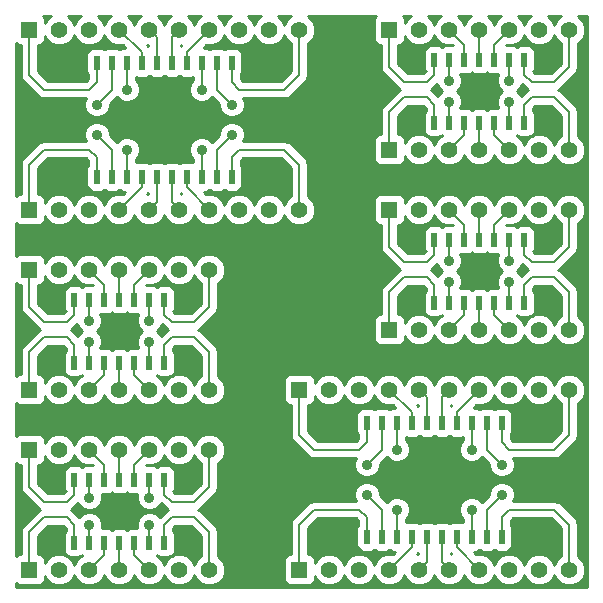
<source format=gtl>
G04 (created by PCBNEW-RS274X (2011-12-28 BZR 3254)-stable) date 2012. 03. 05. 18:39:53*
G01*
G70*
G90*
%MOIN*%
G04 Gerber Fmt 3.4, Leading zero omitted, Abs format*
%FSLAX34Y34*%
G04 APERTURE LIST*
%ADD10C,0.006000*%
%ADD11R,0.020000X0.050000*%
%ADD12R,0.055000X0.055000*%
%ADD13C,0.055000*%
%ADD14R,0.020000X0.045000*%
%ADD15C,0.035000*%
%ADD16C,0.008000*%
%ADD17C,0.010000*%
G04 APERTURE END LIST*
G54D10*
G54D11*
X12250Y-06600D03*
X11750Y-06600D03*
X11250Y-06600D03*
X10750Y-06600D03*
X10250Y-06600D03*
X09750Y-06600D03*
X09250Y-06600D03*
X08750Y-06600D03*
X08250Y-06600D03*
X07750Y-06600D03*
X07750Y-10400D03*
X08250Y-10400D03*
X08750Y-10400D03*
X09250Y-10400D03*
X09750Y-10400D03*
X10250Y-10400D03*
X10750Y-10400D03*
X11250Y-10400D03*
X11750Y-10400D03*
X12250Y-10400D03*
X21250Y-18600D03*
X20750Y-18600D03*
X20250Y-18600D03*
X19750Y-18600D03*
X19250Y-18600D03*
X18750Y-18600D03*
X18250Y-18600D03*
X17750Y-18600D03*
X17250Y-18600D03*
X16750Y-18600D03*
X16750Y-22400D03*
X17250Y-22400D03*
X17750Y-22400D03*
X18250Y-22400D03*
X18750Y-22400D03*
X19250Y-22400D03*
X19750Y-22400D03*
X20250Y-22400D03*
X20750Y-22400D03*
X21250Y-22400D03*
G54D12*
X05500Y-11500D03*
G54D13*
X06500Y-11500D03*
X07500Y-11500D03*
X08500Y-11500D03*
X09500Y-11500D03*
X10500Y-11500D03*
X11500Y-11500D03*
X12500Y-11500D03*
X13500Y-11500D03*
X14500Y-11500D03*
G54D12*
X05500Y-05500D03*
G54D13*
X06500Y-05500D03*
X07500Y-05500D03*
X08500Y-05500D03*
X09500Y-05500D03*
X10500Y-05500D03*
X11500Y-05500D03*
X12500Y-05500D03*
X13500Y-05500D03*
X14500Y-05500D03*
G54D12*
X14500Y-23500D03*
G54D13*
X15500Y-23500D03*
X16500Y-23500D03*
X17500Y-23500D03*
X18500Y-23500D03*
X19500Y-23500D03*
X20500Y-23500D03*
X21500Y-23500D03*
X22500Y-23500D03*
X23500Y-23500D03*
G54D12*
X14500Y-17500D03*
G54D13*
X15500Y-17500D03*
X16500Y-17500D03*
X17500Y-17500D03*
X18500Y-17500D03*
X19500Y-17500D03*
X20500Y-17500D03*
X21500Y-17500D03*
X22500Y-17500D03*
X23500Y-17500D03*
G54D14*
X19000Y-08600D03*
X19500Y-08600D03*
X20000Y-08600D03*
X20500Y-08600D03*
X21000Y-08600D03*
X21500Y-08600D03*
X22000Y-08600D03*
X22000Y-06500D03*
X21500Y-06500D03*
X21000Y-06500D03*
X20500Y-06500D03*
X20000Y-06500D03*
X19500Y-06500D03*
X19000Y-06500D03*
X07000Y-16600D03*
X07500Y-16600D03*
X08000Y-16600D03*
X08500Y-16600D03*
X09000Y-16600D03*
X09500Y-16600D03*
X10000Y-16600D03*
X10000Y-14500D03*
X09500Y-14500D03*
X09000Y-14500D03*
X08500Y-14500D03*
X08000Y-14500D03*
X07500Y-14500D03*
X07000Y-14500D03*
G54D12*
X17500Y-11500D03*
G54D13*
X18500Y-11500D03*
X19500Y-11500D03*
X20500Y-11500D03*
X21500Y-11500D03*
X22500Y-11500D03*
X23500Y-11500D03*
G54D12*
X05500Y-17500D03*
G54D13*
X06500Y-17500D03*
X07500Y-17500D03*
X08500Y-17500D03*
X09500Y-17500D03*
X10500Y-17500D03*
X11500Y-17500D03*
G54D12*
X05500Y-23500D03*
G54D13*
X06500Y-23500D03*
X07500Y-23500D03*
X08500Y-23500D03*
X09500Y-23500D03*
X10500Y-23500D03*
X11500Y-23500D03*
G54D12*
X17500Y-15500D03*
G54D13*
X18500Y-15500D03*
X19500Y-15500D03*
X20500Y-15500D03*
X21500Y-15500D03*
X22500Y-15500D03*
X23500Y-15500D03*
G54D12*
X05500Y-13500D03*
G54D13*
X06500Y-13500D03*
X07500Y-13500D03*
X08500Y-13500D03*
X09500Y-13500D03*
X10500Y-13500D03*
X11500Y-13500D03*
G54D12*
X05500Y-19500D03*
G54D13*
X06500Y-19500D03*
X07500Y-19500D03*
X08500Y-19500D03*
X09500Y-19500D03*
X10500Y-19500D03*
X11500Y-19500D03*
G54D12*
X17500Y-09500D03*
G54D13*
X18500Y-09500D03*
X19500Y-09500D03*
X20500Y-09500D03*
X21500Y-09500D03*
X22500Y-09500D03*
X23500Y-09500D03*
G54D14*
X19000Y-14600D03*
X19500Y-14600D03*
X20000Y-14600D03*
X20500Y-14600D03*
X21000Y-14600D03*
X21500Y-14600D03*
X22000Y-14600D03*
X22000Y-12500D03*
X21500Y-12500D03*
X21000Y-12500D03*
X20500Y-12500D03*
X20000Y-12500D03*
X19500Y-12500D03*
X19000Y-12500D03*
G54D12*
X17500Y-05500D03*
G54D13*
X18500Y-05500D03*
X19500Y-05500D03*
X20500Y-05500D03*
X21500Y-05500D03*
X22500Y-05500D03*
X23500Y-05500D03*
G54D14*
X07000Y-22600D03*
X07500Y-22600D03*
X08000Y-22600D03*
X08500Y-22600D03*
X09000Y-22600D03*
X09500Y-22600D03*
X10000Y-22600D03*
X10000Y-20500D03*
X09500Y-20500D03*
X09000Y-20500D03*
X08500Y-20500D03*
X08000Y-20500D03*
X07500Y-20500D03*
X07000Y-20500D03*
G54D15*
X19500Y-07900D03*
X20250Y-21500D03*
X19500Y-07200D03*
X21500Y-07200D03*
X21500Y-07900D03*
X11250Y-09500D03*
X07750Y-08000D03*
X11250Y-07500D03*
X07750Y-09000D03*
X20250Y-19500D03*
X16750Y-20000D03*
X12250Y-08000D03*
X08750Y-07500D03*
X12250Y-09000D03*
X08750Y-09500D03*
X17750Y-21500D03*
X16750Y-21000D03*
X21250Y-20000D03*
X17750Y-19500D03*
X21250Y-21000D03*
X19500Y-13200D03*
X19500Y-13900D03*
X21500Y-13900D03*
X09500Y-21100D03*
X21500Y-13200D03*
X07500Y-21100D03*
X07500Y-22000D03*
X09500Y-22000D03*
X09500Y-15900D03*
X07500Y-15900D03*
X07500Y-15200D03*
X09500Y-15200D03*
G54D16*
X20000Y-09000D02*
X19500Y-09500D01*
X20000Y-08600D02*
X20000Y-09000D01*
X20500Y-08600D02*
X20500Y-09500D01*
X21000Y-08600D02*
X21000Y-09000D01*
X21000Y-09000D02*
X21500Y-09500D01*
X19500Y-08600D02*
X19500Y-07900D01*
X19000Y-08600D02*
X19000Y-08000D01*
X19000Y-08000D02*
X18750Y-07750D01*
X18750Y-07750D02*
X18000Y-07750D01*
X18000Y-07750D02*
X17500Y-08250D01*
X17500Y-08250D02*
X17500Y-09500D01*
X20250Y-22400D02*
X20250Y-21500D01*
X19250Y-23250D02*
X19500Y-23500D01*
X19250Y-22400D02*
X19250Y-23250D01*
X19000Y-06500D02*
X19000Y-07000D01*
X17500Y-06750D02*
X17500Y-05500D01*
X18000Y-07250D02*
X17500Y-06750D01*
X18750Y-07250D02*
X18000Y-07250D01*
X19000Y-07000D02*
X18750Y-07250D01*
X19500Y-06500D02*
X19500Y-07200D01*
X20000Y-06500D02*
X20000Y-06000D01*
X20000Y-06000D02*
X19500Y-05500D01*
X20500Y-06500D02*
X20500Y-05500D01*
X21000Y-06500D02*
X21000Y-06000D01*
X21000Y-06000D02*
X21500Y-05500D01*
X21500Y-06500D02*
X21500Y-07200D01*
X22000Y-06500D02*
X22000Y-07000D01*
X22250Y-07250D02*
X23000Y-07250D01*
X23000Y-07250D02*
X23500Y-06750D01*
X23500Y-06750D02*
X23500Y-05500D01*
X22000Y-07000D02*
X22250Y-07250D01*
X22000Y-08600D02*
X22000Y-08000D01*
X23500Y-08250D02*
X23500Y-09500D01*
X23000Y-07750D02*
X23500Y-08250D01*
X22250Y-07750D02*
X23000Y-07750D01*
X22000Y-08000D02*
X22250Y-07750D01*
X21500Y-08600D02*
X21500Y-07900D01*
X12250Y-06600D02*
X12250Y-07250D01*
X14500Y-07000D02*
X14500Y-05500D01*
X14000Y-07500D02*
X14500Y-07000D01*
X12500Y-07500D02*
X14000Y-07500D01*
X12250Y-07250D02*
X12500Y-07500D01*
X09250Y-10400D02*
X09250Y-10750D01*
X09250Y-10750D02*
X08500Y-11500D01*
X10250Y-10400D02*
X10250Y-11250D01*
X10250Y-11250D02*
X10500Y-11500D01*
X11250Y-10400D02*
X11250Y-09500D01*
X12500Y-09500D02*
X14000Y-09500D01*
X12250Y-10400D02*
X12250Y-09750D01*
X12250Y-09750D02*
X12500Y-09500D01*
X14500Y-10000D02*
X14500Y-11500D01*
X14000Y-09500D02*
X14500Y-10000D01*
X08250Y-07500D02*
X07750Y-08000D01*
X08250Y-06600D02*
X08250Y-07500D01*
X09250Y-06250D02*
X08500Y-05500D01*
X09250Y-06600D02*
X09250Y-06250D01*
X10250Y-06600D02*
X10250Y-05750D01*
X10250Y-05750D02*
X10500Y-05500D01*
X11250Y-06600D02*
X11250Y-07500D01*
X08250Y-09500D02*
X07750Y-09000D01*
X08250Y-10400D02*
X08250Y-09500D01*
X21250Y-19250D02*
X21500Y-19500D01*
X21500Y-19500D02*
X23000Y-19500D01*
X23000Y-19500D02*
X23500Y-19000D01*
X23500Y-19000D02*
X23500Y-17500D01*
X21250Y-18600D02*
X21250Y-19250D01*
X20250Y-18600D02*
X20250Y-19500D01*
X19250Y-18600D02*
X19250Y-17750D01*
X19250Y-17750D02*
X19500Y-17500D01*
X18250Y-18600D02*
X18250Y-18250D01*
X18250Y-18250D02*
X17500Y-17500D01*
X17250Y-19500D02*
X16750Y-20000D01*
X17250Y-18600D02*
X17250Y-19500D01*
X21250Y-22400D02*
X21250Y-21750D01*
X23500Y-22000D02*
X23500Y-23500D01*
X23000Y-21500D02*
X23500Y-22000D01*
X21500Y-21500D02*
X23000Y-21500D01*
X21250Y-21750D02*
X21500Y-21500D01*
X10750Y-06250D02*
X11500Y-05500D01*
X10750Y-06600D02*
X10750Y-06250D01*
X11750Y-07500D02*
X12250Y-08000D01*
X11750Y-06600D02*
X11750Y-07500D01*
X09750Y-06600D02*
X09750Y-05750D01*
X09750Y-05750D02*
X09500Y-05500D01*
X08750Y-06600D02*
X08750Y-07500D01*
X07750Y-06600D02*
X07750Y-07250D01*
X07750Y-07250D02*
X07500Y-07500D01*
X07500Y-07500D02*
X06000Y-07500D01*
X05500Y-07000D02*
X05500Y-05500D01*
X06000Y-07500D02*
X05500Y-07000D01*
X11750Y-10400D02*
X11750Y-09500D01*
X11750Y-09500D02*
X12250Y-09000D01*
X10750Y-10400D02*
X10750Y-10750D01*
X10750Y-10750D02*
X11500Y-11500D01*
X09750Y-11250D02*
X09500Y-11500D01*
X09750Y-10400D02*
X09750Y-11250D01*
X08750Y-10400D02*
X08750Y-09500D01*
X06000Y-09500D02*
X05500Y-10000D01*
X07750Y-10400D02*
X07750Y-09750D01*
X07750Y-09750D02*
X07500Y-09500D01*
X07500Y-09500D02*
X06000Y-09500D01*
X05500Y-10000D02*
X05500Y-11500D01*
X18750Y-22400D02*
X18750Y-23250D01*
X18750Y-23250D02*
X18500Y-23500D01*
X18250Y-22750D02*
X17500Y-23500D01*
X18250Y-22400D02*
X18250Y-22750D01*
X17750Y-22400D02*
X17750Y-21500D01*
X17250Y-22400D02*
X17250Y-21500D01*
X17250Y-21500D02*
X16750Y-21000D01*
X16500Y-21500D02*
X15000Y-21500D01*
X14500Y-22000D02*
X14500Y-23500D01*
X15000Y-21500D02*
X14500Y-22000D01*
X16750Y-22400D02*
X16750Y-21750D01*
X16750Y-21750D02*
X16500Y-21500D01*
X19750Y-22400D02*
X19750Y-22750D01*
X19750Y-22750D02*
X20500Y-23500D01*
X20750Y-19500D02*
X21250Y-20000D01*
X20750Y-18600D02*
X20750Y-19500D01*
X19750Y-18600D02*
X19750Y-18250D01*
X19750Y-18250D02*
X20500Y-17500D01*
X18750Y-18600D02*
X18750Y-17750D01*
X18750Y-17750D02*
X18500Y-17500D01*
X17750Y-18600D02*
X17750Y-19500D01*
X16500Y-19500D02*
X15000Y-19500D01*
X16750Y-19250D02*
X16500Y-19500D01*
X15000Y-19500D02*
X14500Y-19000D01*
X14500Y-19000D02*
X14500Y-17500D01*
X16750Y-18600D02*
X16750Y-19250D01*
X20750Y-22400D02*
X20750Y-21500D01*
X20750Y-21500D02*
X21250Y-21000D01*
X19000Y-13000D02*
X18750Y-13250D01*
X18750Y-13250D02*
X18000Y-13250D01*
X18000Y-13250D02*
X17500Y-12750D01*
X17500Y-12750D02*
X17500Y-11500D01*
X19000Y-12500D02*
X19000Y-13000D01*
X19500Y-12500D02*
X19500Y-13200D01*
X22000Y-14600D02*
X22000Y-14000D01*
X23500Y-14250D02*
X23500Y-15500D01*
X23000Y-13750D02*
X23500Y-14250D01*
X22250Y-13750D02*
X23000Y-13750D01*
X22000Y-14000D02*
X22250Y-13750D01*
X21000Y-14600D02*
X21000Y-15000D01*
X21000Y-15000D02*
X21500Y-15500D01*
X20000Y-14600D02*
X20000Y-15000D01*
X20000Y-15000D02*
X19500Y-15500D01*
X19000Y-14600D02*
X19000Y-14000D01*
X17500Y-14250D02*
X17500Y-15500D01*
X18000Y-13750D02*
X17500Y-14250D01*
X18750Y-13750D02*
X18000Y-13750D01*
X19000Y-14000D02*
X18750Y-13750D01*
X19500Y-14600D02*
X19500Y-13900D01*
X20500Y-14600D02*
X20500Y-15500D01*
X21500Y-14600D02*
X21500Y-13900D01*
X20500Y-12500D02*
X20500Y-11500D01*
X20000Y-12500D02*
X20000Y-12000D01*
X20000Y-12000D02*
X19500Y-11500D01*
X21000Y-12500D02*
X21000Y-12000D01*
X21000Y-12000D02*
X21500Y-11500D01*
X22000Y-12500D02*
X22000Y-13000D01*
X23500Y-12750D02*
X23500Y-11500D01*
X23000Y-13250D02*
X23500Y-12750D01*
X22250Y-13250D02*
X23000Y-13250D01*
X22000Y-13000D02*
X22250Y-13250D01*
X09500Y-20500D02*
X09500Y-21100D01*
X21500Y-12500D02*
X21500Y-13200D01*
X09000Y-22600D02*
X09000Y-23000D01*
X09000Y-23000D02*
X09500Y-23500D01*
X08500Y-20500D02*
X08500Y-19500D01*
X08000Y-20500D02*
X08000Y-20000D01*
X08000Y-20000D02*
X07500Y-19500D01*
X07500Y-20500D02*
X07500Y-21100D01*
X07000Y-20500D02*
X07000Y-21000D01*
X05500Y-20750D02*
X05500Y-19500D01*
X06000Y-21250D02*
X05500Y-20750D01*
X06750Y-21250D02*
X06000Y-21250D01*
X07000Y-21000D02*
X06750Y-21250D01*
X10000Y-22600D02*
X10000Y-22000D01*
X11500Y-22250D02*
X11500Y-23500D01*
X10250Y-21750D02*
X11000Y-21750D01*
X11000Y-21750D02*
X11500Y-22250D01*
X10000Y-22000D02*
X10250Y-21750D01*
X09000Y-20500D02*
X09000Y-20000D01*
X09000Y-20000D02*
X09500Y-19500D01*
X08000Y-22600D02*
X08000Y-23000D01*
X08000Y-23000D02*
X07500Y-23500D01*
X06750Y-21750D02*
X06000Y-21750D01*
X07000Y-22000D02*
X06750Y-21750D01*
X06000Y-21750D02*
X05500Y-22250D01*
X05500Y-22250D02*
X05500Y-23500D01*
X07000Y-22600D02*
X07000Y-22000D01*
X07500Y-22600D02*
X07500Y-22000D01*
X08500Y-22600D02*
X08500Y-23500D01*
X09500Y-22600D02*
X09500Y-22000D01*
X10000Y-20500D02*
X10000Y-21000D01*
X11500Y-20750D02*
X11500Y-19500D01*
X11000Y-21250D02*
X11500Y-20750D01*
X10250Y-21250D02*
X11000Y-21250D01*
X10000Y-21000D02*
X10250Y-21250D01*
X08000Y-16600D02*
X08000Y-17000D01*
X08000Y-17000D02*
X07500Y-17500D01*
X11500Y-14750D02*
X11500Y-13500D01*
X10000Y-15000D02*
X10250Y-15250D01*
X10000Y-14500D02*
X10000Y-15000D01*
X11000Y-15250D02*
X11500Y-14750D01*
X10250Y-15250D02*
X11000Y-15250D01*
X09000Y-14500D02*
X09000Y-14000D01*
X09000Y-14000D02*
X09500Y-13500D01*
X08000Y-14500D02*
X08000Y-14000D01*
X08000Y-14000D02*
X07500Y-13500D01*
X07000Y-15000D02*
X06750Y-15250D01*
X06750Y-15250D02*
X06000Y-15250D01*
X06000Y-15250D02*
X05500Y-14750D01*
X05500Y-14750D02*
X05500Y-13500D01*
X07000Y-14500D02*
X07000Y-15000D01*
X09500Y-16600D02*
X09500Y-15900D01*
X08500Y-16600D02*
X08500Y-17500D01*
X07500Y-16600D02*
X07500Y-15900D01*
X07000Y-16600D02*
X07000Y-16000D01*
X06750Y-15750D02*
X06000Y-15750D01*
X07000Y-16000D02*
X06750Y-15750D01*
X05500Y-16250D02*
X05500Y-17500D01*
X06000Y-15750D02*
X05500Y-16250D01*
X09000Y-16600D02*
X09000Y-17000D01*
X09000Y-17000D02*
X09500Y-17500D01*
X10000Y-16600D02*
X10000Y-16000D01*
X11500Y-16250D02*
X11500Y-17500D01*
X11000Y-15750D02*
X11500Y-16250D01*
X10250Y-15750D02*
X11000Y-15750D01*
X10000Y-16000D02*
X10250Y-15750D01*
X07500Y-14500D02*
X07500Y-15200D01*
X08500Y-14500D02*
X08500Y-13500D01*
X09500Y-14500D02*
X09500Y-15200D01*
G54D10*
G36*
X05862Y-15500D02*
X05795Y-15545D01*
X05295Y-16045D01*
X05232Y-16139D01*
X05210Y-16250D01*
X05210Y-16976D01*
X05176Y-16976D01*
X05084Y-17014D01*
X05049Y-17049D01*
X05049Y-13951D01*
X05084Y-13986D01*
X05175Y-14024D01*
X05210Y-14024D01*
X05210Y-14750D01*
X05232Y-14861D01*
X05295Y-14955D01*
X05795Y-15455D01*
X05862Y-15500D01*
X05862Y-15500D01*
G37*
G54D17*
X05862Y-15500D02*
X05795Y-15545D01*
X05295Y-16045D01*
X05232Y-16139D01*
X05210Y-16250D01*
X05210Y-16976D01*
X05176Y-16976D01*
X05084Y-17014D01*
X05049Y-17049D01*
X05049Y-13951D01*
X05084Y-13986D01*
X05175Y-14024D01*
X05210Y-14024D01*
X05210Y-14750D01*
X05232Y-14861D01*
X05295Y-14955D01*
X05795Y-15455D01*
X05862Y-15500D01*
G54D10*
G36*
X05862Y-21500D02*
X05795Y-21545D01*
X05295Y-22045D01*
X05232Y-22139D01*
X05210Y-22250D01*
X05210Y-22976D01*
X05176Y-22976D01*
X05084Y-23014D01*
X05049Y-23049D01*
X05049Y-19951D01*
X05084Y-19986D01*
X05175Y-20024D01*
X05210Y-20024D01*
X05210Y-20750D01*
X05232Y-20861D01*
X05295Y-20955D01*
X05795Y-21455D01*
X05862Y-21500D01*
X05862Y-21500D01*
G37*
G54D17*
X05862Y-21500D02*
X05795Y-21545D01*
X05295Y-22045D01*
X05232Y-22139D01*
X05210Y-22250D01*
X05210Y-22976D01*
X05176Y-22976D01*
X05084Y-23014D01*
X05049Y-23049D01*
X05049Y-19951D01*
X05084Y-19986D01*
X05175Y-20024D01*
X05210Y-20024D01*
X05210Y-20750D01*
X05232Y-20861D01*
X05295Y-20955D01*
X05795Y-21455D01*
X05862Y-21500D01*
G54D10*
G36*
X06217Y-05049D02*
X06203Y-05055D01*
X06055Y-05202D01*
X06024Y-05276D01*
X06024Y-05176D01*
X05986Y-05084D01*
X05951Y-05049D01*
X06217Y-05049D01*
X06217Y-05049D01*
G37*
G54D17*
X06217Y-05049D02*
X06203Y-05055D01*
X06055Y-05202D01*
X06024Y-05276D01*
X06024Y-05176D01*
X05986Y-05084D01*
X05951Y-05049D01*
X06217Y-05049D01*
G54D10*
G36*
X07217Y-05049D02*
X07203Y-05055D01*
X07055Y-05202D01*
X06999Y-05335D01*
X06945Y-05203D01*
X06798Y-05055D01*
X06783Y-05049D01*
X07217Y-05049D01*
X07217Y-05049D01*
G37*
G54D17*
X07217Y-05049D02*
X07203Y-05055D01*
X07055Y-05202D01*
X06999Y-05335D01*
X06945Y-05203D01*
X06798Y-05055D01*
X06783Y-05049D01*
X07217Y-05049D01*
G54D10*
G36*
X07249Y-15550D02*
X07140Y-15659D01*
X07119Y-15709D01*
X06955Y-15545D01*
X06887Y-15500D01*
X06955Y-15455D01*
X07089Y-15320D01*
X07139Y-15440D01*
X07249Y-15550D01*
X07249Y-15550D01*
G37*
G54D17*
X07249Y-15550D02*
X07140Y-15659D01*
X07119Y-15709D01*
X06955Y-15545D01*
X06887Y-15500D01*
X06955Y-15455D01*
X07089Y-15320D01*
X07139Y-15440D01*
X07249Y-15550D01*
G54D10*
G36*
X07256Y-17033D02*
X07203Y-17055D01*
X07055Y-17202D01*
X06999Y-17335D01*
X06945Y-17203D01*
X06798Y-17055D01*
X06605Y-16975D01*
X06396Y-16975D01*
X06203Y-17055D01*
X06055Y-17202D01*
X06024Y-17276D01*
X06024Y-17176D01*
X05986Y-17084D01*
X05916Y-17014D01*
X05825Y-16976D01*
X05790Y-16976D01*
X05790Y-16370D01*
X06120Y-16040D01*
X06630Y-16040D01*
X06710Y-16120D01*
X06710Y-16213D01*
X06689Y-16234D01*
X06651Y-16325D01*
X06651Y-16424D01*
X06651Y-16874D01*
X06689Y-16966D01*
X06759Y-17036D01*
X06850Y-17074D01*
X06949Y-17074D01*
X07149Y-17074D01*
X07241Y-17036D01*
X07250Y-17027D01*
X07256Y-17033D01*
X07256Y-17033D01*
G37*
G54D17*
X07256Y-17033D02*
X07203Y-17055D01*
X07055Y-17202D01*
X06999Y-17335D01*
X06945Y-17203D01*
X06798Y-17055D01*
X06605Y-16975D01*
X06396Y-16975D01*
X06203Y-17055D01*
X06055Y-17202D01*
X06024Y-17276D01*
X06024Y-17176D01*
X05986Y-17084D01*
X05916Y-17014D01*
X05825Y-16976D01*
X05790Y-16976D01*
X05790Y-16370D01*
X06120Y-16040D01*
X06630Y-16040D01*
X06710Y-16120D01*
X06710Y-16213D01*
X06689Y-16234D01*
X06651Y-16325D01*
X06651Y-16424D01*
X06651Y-16874D01*
X06689Y-16966D01*
X06759Y-17036D01*
X06850Y-17074D01*
X06949Y-17074D01*
X07149Y-17074D01*
X07241Y-17036D01*
X07250Y-17027D01*
X07256Y-17033D01*
G54D10*
G36*
X07256Y-23033D02*
X07203Y-23055D01*
X07055Y-23202D01*
X06999Y-23335D01*
X06945Y-23203D01*
X06798Y-23055D01*
X06605Y-22975D01*
X06396Y-22975D01*
X06203Y-23055D01*
X06055Y-23202D01*
X06024Y-23276D01*
X06024Y-23176D01*
X05986Y-23084D01*
X05916Y-23014D01*
X05825Y-22976D01*
X05790Y-22976D01*
X05790Y-22370D01*
X06120Y-22040D01*
X06630Y-22040D01*
X06710Y-22120D01*
X06710Y-22213D01*
X06689Y-22234D01*
X06651Y-22325D01*
X06651Y-22424D01*
X06651Y-22874D01*
X06689Y-22966D01*
X06759Y-23036D01*
X06850Y-23074D01*
X06949Y-23074D01*
X07149Y-23074D01*
X07241Y-23036D01*
X07250Y-23027D01*
X07256Y-23033D01*
X07256Y-23033D01*
G37*
G54D17*
X07256Y-23033D02*
X07203Y-23055D01*
X07055Y-23202D01*
X06999Y-23335D01*
X06945Y-23203D01*
X06798Y-23055D01*
X06605Y-22975D01*
X06396Y-22975D01*
X06203Y-23055D01*
X06055Y-23202D01*
X06024Y-23276D01*
X06024Y-23176D01*
X05986Y-23084D01*
X05916Y-23014D01*
X05825Y-22976D01*
X05790Y-22976D01*
X05790Y-22370D01*
X06120Y-22040D01*
X06630Y-22040D01*
X06710Y-22120D01*
X06710Y-22213D01*
X06689Y-22234D01*
X06651Y-22325D01*
X06651Y-22424D01*
X06651Y-22874D01*
X06689Y-22966D01*
X06759Y-23036D01*
X06850Y-23074D01*
X06949Y-23074D01*
X07149Y-23074D01*
X07241Y-23036D01*
X07250Y-23027D01*
X07256Y-23033D01*
G54D10*
G36*
X07616Y-14026D02*
X07551Y-14026D01*
X07351Y-14026D01*
X07259Y-14064D01*
X07250Y-14073D01*
X07241Y-14064D01*
X07150Y-14026D01*
X07051Y-14026D01*
X06851Y-14026D01*
X06759Y-14064D01*
X06689Y-14134D01*
X06651Y-14225D01*
X06651Y-14324D01*
X06651Y-14774D01*
X06689Y-14866D01*
X06706Y-14883D01*
X06630Y-14960D01*
X06120Y-14960D01*
X05790Y-14630D01*
X05790Y-14024D01*
X05824Y-14024D01*
X05916Y-13986D01*
X05986Y-13916D01*
X06024Y-13825D01*
X06024Y-13726D01*
X06024Y-13722D01*
X06055Y-13797D01*
X06202Y-13945D01*
X06395Y-14025D01*
X06604Y-14025D01*
X06797Y-13945D01*
X06945Y-13798D01*
X07000Y-13664D01*
X07055Y-13797D01*
X07202Y-13945D01*
X07395Y-14025D01*
X07604Y-14025D01*
X07611Y-14021D01*
X07616Y-14026D01*
X07616Y-14026D01*
G37*
G54D17*
X07616Y-14026D02*
X07551Y-14026D01*
X07351Y-14026D01*
X07259Y-14064D01*
X07250Y-14073D01*
X07241Y-14064D01*
X07150Y-14026D01*
X07051Y-14026D01*
X06851Y-14026D01*
X06759Y-14064D01*
X06689Y-14134D01*
X06651Y-14225D01*
X06651Y-14324D01*
X06651Y-14774D01*
X06689Y-14866D01*
X06706Y-14883D01*
X06630Y-14960D01*
X06120Y-14960D01*
X05790Y-14630D01*
X05790Y-14024D01*
X05824Y-14024D01*
X05916Y-13986D01*
X05986Y-13916D01*
X06024Y-13825D01*
X06024Y-13726D01*
X06024Y-13722D01*
X06055Y-13797D01*
X06202Y-13945D01*
X06395Y-14025D01*
X06604Y-14025D01*
X06797Y-13945D01*
X06945Y-13798D01*
X07000Y-13664D01*
X07055Y-13797D01*
X07202Y-13945D01*
X07395Y-14025D01*
X07604Y-14025D01*
X07611Y-14021D01*
X07616Y-14026D01*
G54D10*
G36*
X07616Y-20026D02*
X07551Y-20026D01*
X07351Y-20026D01*
X07259Y-20064D01*
X07250Y-20073D01*
X07241Y-20064D01*
X07150Y-20026D01*
X07051Y-20026D01*
X06851Y-20026D01*
X06759Y-20064D01*
X06689Y-20134D01*
X06651Y-20225D01*
X06651Y-20324D01*
X06651Y-20774D01*
X06689Y-20866D01*
X06706Y-20883D01*
X06630Y-20960D01*
X06120Y-20960D01*
X05790Y-20630D01*
X05790Y-20024D01*
X05824Y-20024D01*
X05916Y-19986D01*
X05986Y-19916D01*
X06024Y-19825D01*
X06024Y-19726D01*
X06024Y-19722D01*
X06055Y-19797D01*
X06202Y-19945D01*
X06395Y-20025D01*
X06604Y-20025D01*
X06797Y-19945D01*
X06945Y-19798D01*
X07000Y-19664D01*
X07055Y-19797D01*
X07202Y-19945D01*
X07395Y-20025D01*
X07604Y-20025D01*
X07611Y-20021D01*
X07616Y-20026D01*
X07616Y-20026D01*
G37*
G54D17*
X07616Y-20026D02*
X07551Y-20026D01*
X07351Y-20026D01*
X07259Y-20064D01*
X07250Y-20073D01*
X07241Y-20064D01*
X07150Y-20026D01*
X07051Y-20026D01*
X06851Y-20026D01*
X06759Y-20064D01*
X06689Y-20134D01*
X06651Y-20225D01*
X06651Y-20324D01*
X06651Y-20774D01*
X06689Y-20866D01*
X06706Y-20883D01*
X06630Y-20960D01*
X06120Y-20960D01*
X05790Y-20630D01*
X05790Y-20024D01*
X05824Y-20024D01*
X05916Y-19986D01*
X05986Y-19916D01*
X06024Y-19825D01*
X06024Y-19726D01*
X06024Y-19722D01*
X06055Y-19797D01*
X06202Y-19945D01*
X06395Y-20025D01*
X06604Y-20025D01*
X06797Y-19945D01*
X06945Y-19798D01*
X07000Y-19664D01*
X07055Y-19797D01*
X07202Y-19945D01*
X07395Y-20025D01*
X07604Y-20025D01*
X07611Y-20021D01*
X07616Y-20026D01*
G54D10*
G36*
X08217Y-05049D02*
X08203Y-05055D01*
X08055Y-05202D01*
X07999Y-05335D01*
X07945Y-05203D01*
X07798Y-05055D01*
X07783Y-05049D01*
X08217Y-05049D01*
X08217Y-05049D01*
G37*
G54D17*
X08217Y-05049D02*
X08203Y-05055D01*
X08055Y-05202D01*
X07999Y-05335D01*
X07945Y-05203D01*
X07798Y-05055D01*
X07783Y-05049D01*
X08217Y-05049D01*
G54D10*
G36*
X08690Y-06101D02*
X08601Y-06101D01*
X08509Y-06139D01*
X08500Y-06148D01*
X08491Y-06139D01*
X08400Y-06101D01*
X08301Y-06101D01*
X08101Y-06101D01*
X08009Y-06139D01*
X08000Y-06148D01*
X07991Y-06139D01*
X07900Y-06101D01*
X07801Y-06101D01*
X07601Y-06101D01*
X07509Y-06139D01*
X07439Y-06209D01*
X07401Y-06300D01*
X07401Y-06399D01*
X07401Y-06899D01*
X07439Y-06991D01*
X07460Y-07012D01*
X07460Y-07130D01*
X07380Y-07210D01*
X06120Y-07210D01*
X05790Y-06880D01*
X05790Y-06024D01*
X05824Y-06024D01*
X05916Y-05986D01*
X05986Y-05916D01*
X06024Y-05825D01*
X06024Y-05726D01*
X06024Y-05722D01*
X06055Y-05797D01*
X06202Y-05945D01*
X06395Y-06025D01*
X06604Y-06025D01*
X06797Y-05945D01*
X06945Y-05798D01*
X07000Y-05664D01*
X07055Y-05797D01*
X07202Y-05945D01*
X07395Y-06025D01*
X07604Y-06025D01*
X07797Y-05945D01*
X07945Y-05798D01*
X08000Y-05664D01*
X08055Y-05797D01*
X08202Y-05945D01*
X08395Y-06025D01*
X08604Y-06025D01*
X08611Y-06021D01*
X08690Y-06101D01*
X08690Y-06101D01*
G37*
G54D17*
X08690Y-06101D02*
X08601Y-06101D01*
X08509Y-06139D01*
X08500Y-06148D01*
X08491Y-06139D01*
X08400Y-06101D01*
X08301Y-06101D01*
X08101Y-06101D01*
X08009Y-06139D01*
X08000Y-06148D01*
X07991Y-06139D01*
X07900Y-06101D01*
X07801Y-06101D01*
X07601Y-06101D01*
X07509Y-06139D01*
X07439Y-06209D01*
X07401Y-06300D01*
X07401Y-06399D01*
X07401Y-06899D01*
X07439Y-06991D01*
X07460Y-07012D01*
X07460Y-07130D01*
X07380Y-07210D01*
X06120Y-07210D01*
X05790Y-06880D01*
X05790Y-06024D01*
X05824Y-06024D01*
X05916Y-05986D01*
X05986Y-05916D01*
X06024Y-05825D01*
X06024Y-05726D01*
X06024Y-05722D01*
X06055Y-05797D01*
X06202Y-05945D01*
X06395Y-06025D01*
X06604Y-06025D01*
X06797Y-05945D01*
X06945Y-05798D01*
X07000Y-05664D01*
X07055Y-05797D01*
X07202Y-05945D01*
X07395Y-06025D01*
X07604Y-06025D01*
X07797Y-05945D01*
X07945Y-05798D01*
X08000Y-05664D01*
X08055Y-05797D01*
X08202Y-05945D01*
X08395Y-06025D01*
X08604Y-06025D01*
X08611Y-06021D01*
X08690Y-06101D01*
G54D10*
G36*
X08690Y-10899D02*
X08611Y-10977D01*
X08605Y-10975D01*
X08396Y-10975D01*
X08203Y-11055D01*
X08055Y-11202D01*
X07999Y-11335D01*
X07945Y-11203D01*
X07798Y-11055D01*
X07605Y-10975D01*
X07396Y-10975D01*
X07203Y-11055D01*
X07055Y-11202D01*
X06999Y-11335D01*
X06945Y-11203D01*
X06798Y-11055D01*
X06605Y-10975D01*
X06396Y-10975D01*
X06203Y-11055D01*
X06055Y-11202D01*
X06024Y-11276D01*
X06024Y-11176D01*
X05986Y-11084D01*
X05916Y-11014D01*
X05825Y-10976D01*
X05790Y-10976D01*
X05790Y-10120D01*
X06120Y-09790D01*
X07380Y-09790D01*
X07460Y-09870D01*
X07460Y-09988D01*
X07439Y-10009D01*
X07401Y-10100D01*
X07401Y-10199D01*
X07401Y-10699D01*
X07439Y-10791D01*
X07509Y-10861D01*
X07600Y-10899D01*
X07699Y-10899D01*
X07899Y-10899D01*
X07991Y-10861D01*
X08000Y-10852D01*
X08009Y-10861D01*
X08100Y-10899D01*
X08199Y-10899D01*
X08399Y-10899D01*
X08491Y-10861D01*
X08500Y-10852D01*
X08509Y-10861D01*
X08600Y-10899D01*
X08690Y-10899D01*
X08690Y-10899D01*
G37*
G54D17*
X08690Y-10899D02*
X08611Y-10977D01*
X08605Y-10975D01*
X08396Y-10975D01*
X08203Y-11055D01*
X08055Y-11202D01*
X07999Y-11335D01*
X07945Y-11203D01*
X07798Y-11055D01*
X07605Y-10975D01*
X07396Y-10975D01*
X07203Y-11055D01*
X07055Y-11202D01*
X06999Y-11335D01*
X06945Y-11203D01*
X06798Y-11055D01*
X06605Y-10975D01*
X06396Y-10975D01*
X06203Y-11055D01*
X06055Y-11202D01*
X06024Y-11276D01*
X06024Y-11176D01*
X05986Y-11084D01*
X05916Y-11014D01*
X05825Y-10976D01*
X05790Y-10976D01*
X05790Y-10120D01*
X06120Y-09790D01*
X07380Y-09790D01*
X07460Y-09870D01*
X07460Y-09988D01*
X07439Y-10009D01*
X07401Y-10100D01*
X07401Y-10199D01*
X07401Y-10699D01*
X07439Y-10791D01*
X07509Y-10861D01*
X07600Y-10899D01*
X07699Y-10899D01*
X07899Y-10899D01*
X07991Y-10861D01*
X08000Y-10852D01*
X08009Y-10861D01*
X08100Y-10899D01*
X08199Y-10899D01*
X08399Y-10899D01*
X08491Y-10861D01*
X08500Y-10852D01*
X08509Y-10861D01*
X08600Y-10899D01*
X08690Y-10899D01*
G54D10*
G36*
X09217Y-05049D02*
X09203Y-05055D01*
X09055Y-05202D01*
X08999Y-05335D01*
X08945Y-05203D01*
X08798Y-05055D01*
X08783Y-05049D01*
X09217Y-05049D01*
X09217Y-05049D01*
G37*
G54D17*
X09217Y-05049D02*
X09203Y-05055D01*
X09055Y-05202D01*
X08999Y-05335D01*
X08945Y-05203D01*
X08798Y-05055D01*
X08783Y-05049D01*
X09217Y-05049D01*
G54D10*
G36*
X09249Y-15550D02*
X09140Y-15659D01*
X09075Y-15815D01*
X09075Y-15984D01*
X09133Y-16126D01*
X09051Y-16126D01*
X08851Y-16126D01*
X08759Y-16164D01*
X08750Y-16173D01*
X08741Y-16164D01*
X08650Y-16126D01*
X08551Y-16126D01*
X08351Y-16126D01*
X08259Y-16164D01*
X08250Y-16173D01*
X08241Y-16164D01*
X08150Y-16126D01*
X08051Y-16126D01*
X07866Y-16126D01*
X07925Y-15985D01*
X07925Y-15816D01*
X07861Y-15660D01*
X07751Y-15550D01*
X07860Y-15441D01*
X07925Y-15285D01*
X07925Y-15116D01*
X07866Y-14974D01*
X07949Y-14974D01*
X08149Y-14974D01*
X08241Y-14936D01*
X08250Y-14927D01*
X08259Y-14936D01*
X08350Y-14974D01*
X08449Y-14974D01*
X08649Y-14974D01*
X08741Y-14936D01*
X08750Y-14927D01*
X08759Y-14936D01*
X08850Y-14974D01*
X08949Y-14974D01*
X09133Y-14974D01*
X09075Y-15115D01*
X09075Y-15284D01*
X09139Y-15440D01*
X09249Y-15550D01*
X09249Y-15550D01*
G37*
G54D17*
X09249Y-15550D02*
X09140Y-15659D01*
X09075Y-15815D01*
X09075Y-15984D01*
X09133Y-16126D01*
X09051Y-16126D01*
X08851Y-16126D01*
X08759Y-16164D01*
X08750Y-16173D01*
X08741Y-16164D01*
X08650Y-16126D01*
X08551Y-16126D01*
X08351Y-16126D01*
X08259Y-16164D01*
X08250Y-16173D01*
X08241Y-16164D01*
X08150Y-16126D01*
X08051Y-16126D01*
X07866Y-16126D01*
X07925Y-15985D01*
X07925Y-15816D01*
X07861Y-15660D01*
X07751Y-15550D01*
X07860Y-15441D01*
X07925Y-15285D01*
X07925Y-15116D01*
X07866Y-14974D01*
X07949Y-14974D01*
X08149Y-14974D01*
X08241Y-14936D01*
X08250Y-14927D01*
X08259Y-14936D01*
X08350Y-14974D01*
X08449Y-14974D01*
X08649Y-14974D01*
X08741Y-14936D01*
X08750Y-14927D01*
X08759Y-14936D01*
X08850Y-14974D01*
X08949Y-14974D01*
X09133Y-14974D01*
X09075Y-15115D01*
X09075Y-15284D01*
X09139Y-15440D01*
X09249Y-15550D01*
G54D10*
G36*
X09460Y-06051D02*
X09455Y-06045D01*
X09455Y-06044D01*
X09435Y-06025D01*
X09460Y-06025D01*
X09460Y-06051D01*
X09460Y-06051D01*
G37*
G54D17*
X09460Y-06051D02*
X09455Y-06045D01*
X09455Y-06044D01*
X09435Y-06025D01*
X09460Y-06025D01*
X09460Y-06051D01*
G54D10*
G36*
X09460Y-10975D02*
X09435Y-10975D01*
X09455Y-10956D01*
X09455Y-10955D01*
X09460Y-10948D01*
X09460Y-10975D01*
X09460Y-10975D01*
G37*
G54D17*
X09460Y-10975D02*
X09435Y-10975D01*
X09455Y-10956D01*
X09455Y-10955D01*
X09460Y-10948D01*
X09460Y-10975D01*
G54D10*
G36*
X10112Y-15500D02*
X10045Y-15545D01*
X09881Y-15708D01*
X09861Y-15660D01*
X09751Y-15550D01*
X09860Y-15441D01*
X09910Y-15320D01*
X10045Y-15455D01*
X10112Y-15500D01*
X10112Y-15500D01*
G37*
G54D17*
X10112Y-15500D02*
X10045Y-15545D01*
X09881Y-15708D01*
X09861Y-15660D01*
X09751Y-15550D01*
X09860Y-15441D01*
X09910Y-15320D01*
X10045Y-15455D01*
X10112Y-15500D01*
G54D10*
G36*
X10112Y-21500D02*
X10045Y-21545D01*
X09845Y-21744D01*
X09741Y-21640D01*
X09585Y-21575D01*
X09416Y-21575D01*
X09260Y-21639D01*
X09140Y-21759D01*
X09075Y-21915D01*
X09075Y-22084D01*
X09092Y-22126D01*
X09051Y-22126D01*
X08851Y-22126D01*
X08759Y-22164D01*
X08750Y-22173D01*
X08741Y-22164D01*
X08650Y-22126D01*
X08551Y-22126D01*
X08351Y-22126D01*
X08259Y-22164D01*
X08250Y-22173D01*
X08241Y-22164D01*
X08150Y-22126D01*
X08051Y-22126D01*
X07907Y-22126D01*
X07925Y-22085D01*
X07925Y-21916D01*
X07861Y-21760D01*
X07741Y-21640D01*
X07585Y-21575D01*
X07416Y-21575D01*
X07260Y-21639D01*
X07154Y-21744D01*
X06955Y-21545D01*
X06887Y-21500D01*
X06955Y-21455D01*
X07118Y-21291D01*
X07139Y-21340D01*
X07259Y-21460D01*
X07415Y-21525D01*
X07584Y-21525D01*
X07740Y-21461D01*
X07860Y-21341D01*
X07925Y-21185D01*
X07925Y-21016D01*
X07907Y-20974D01*
X07949Y-20974D01*
X08149Y-20974D01*
X08241Y-20936D01*
X08250Y-20927D01*
X08259Y-20936D01*
X08350Y-20974D01*
X08449Y-20974D01*
X08649Y-20974D01*
X08741Y-20936D01*
X08750Y-20927D01*
X08759Y-20936D01*
X08850Y-20974D01*
X08949Y-20974D01*
X09092Y-20974D01*
X09075Y-21015D01*
X09075Y-21184D01*
X09139Y-21340D01*
X09259Y-21460D01*
X09415Y-21525D01*
X09584Y-21525D01*
X09740Y-21461D01*
X09860Y-21341D01*
X09880Y-21290D01*
X10045Y-21455D01*
X10112Y-21500D01*
X10112Y-21500D01*
G37*
G54D17*
X10112Y-21500D02*
X10045Y-21545D01*
X09845Y-21744D01*
X09741Y-21640D01*
X09585Y-21575D01*
X09416Y-21575D01*
X09260Y-21639D01*
X09140Y-21759D01*
X09075Y-21915D01*
X09075Y-22084D01*
X09092Y-22126D01*
X09051Y-22126D01*
X08851Y-22126D01*
X08759Y-22164D01*
X08750Y-22173D01*
X08741Y-22164D01*
X08650Y-22126D01*
X08551Y-22126D01*
X08351Y-22126D01*
X08259Y-22164D01*
X08250Y-22173D01*
X08241Y-22164D01*
X08150Y-22126D01*
X08051Y-22126D01*
X07907Y-22126D01*
X07925Y-22085D01*
X07925Y-21916D01*
X07861Y-21760D01*
X07741Y-21640D01*
X07585Y-21575D01*
X07416Y-21575D01*
X07260Y-21639D01*
X07154Y-21744D01*
X06955Y-21545D01*
X06887Y-21500D01*
X06955Y-21455D01*
X07118Y-21291D01*
X07139Y-21340D01*
X07259Y-21460D01*
X07415Y-21525D01*
X07584Y-21525D01*
X07740Y-21461D01*
X07860Y-21341D01*
X07925Y-21185D01*
X07925Y-21016D01*
X07907Y-20974D01*
X07949Y-20974D01*
X08149Y-20974D01*
X08241Y-20936D01*
X08250Y-20927D01*
X08259Y-20936D01*
X08350Y-20974D01*
X08449Y-20974D01*
X08649Y-20974D01*
X08741Y-20936D01*
X08750Y-20927D01*
X08759Y-20936D01*
X08850Y-20974D01*
X08949Y-20974D01*
X09092Y-20974D01*
X09075Y-21015D01*
X09075Y-21184D01*
X09139Y-21340D01*
X09259Y-21460D01*
X09415Y-21525D01*
X09584Y-21525D01*
X09740Y-21461D01*
X09860Y-21341D01*
X09880Y-21290D01*
X10045Y-21455D01*
X10112Y-21500D01*
G54D10*
G36*
X10217Y-05049D02*
X10203Y-05055D01*
X10055Y-05202D01*
X09999Y-05335D01*
X09945Y-05203D01*
X09798Y-05055D01*
X09783Y-05049D01*
X10217Y-05049D01*
X10217Y-05049D01*
G37*
G54D17*
X10217Y-05049D02*
X10203Y-05055D01*
X10055Y-05202D01*
X09999Y-05335D01*
X09945Y-05203D01*
X09798Y-05055D01*
X09783Y-05049D01*
X10217Y-05049D01*
G54D10*
G36*
X10564Y-06025D02*
X10545Y-06045D01*
X10540Y-06052D01*
X10540Y-06025D01*
X10564Y-06025D01*
X10564Y-06025D01*
G37*
G54D17*
X10564Y-06025D02*
X10545Y-06045D01*
X10540Y-06052D01*
X10540Y-06025D01*
X10564Y-06025D01*
G54D10*
G36*
X10564Y-10975D02*
X10540Y-10975D01*
X10540Y-10947D01*
X10545Y-10955D01*
X10564Y-10975D01*
X10564Y-10975D01*
G37*
G54D17*
X10564Y-10975D02*
X10540Y-10975D01*
X10540Y-10947D01*
X10545Y-10955D01*
X10564Y-10975D01*
G54D10*
G36*
X11210Y-14630D02*
X10880Y-14960D01*
X10370Y-14960D01*
X10293Y-14883D01*
X10311Y-14866D01*
X10349Y-14775D01*
X10349Y-14676D01*
X10349Y-14226D01*
X10311Y-14134D01*
X10241Y-14064D01*
X10150Y-14026D01*
X10051Y-14026D01*
X09851Y-14026D01*
X09759Y-14064D01*
X09750Y-14073D01*
X09741Y-14064D01*
X09650Y-14026D01*
X09551Y-14026D01*
X09384Y-14026D01*
X09387Y-14022D01*
X09395Y-14025D01*
X09604Y-14025D01*
X09797Y-13945D01*
X09945Y-13798D01*
X10000Y-13664D01*
X10055Y-13797D01*
X10202Y-13945D01*
X10395Y-14025D01*
X10604Y-14025D01*
X10797Y-13945D01*
X10945Y-13798D01*
X11000Y-13664D01*
X11055Y-13797D01*
X11202Y-13945D01*
X11210Y-13948D01*
X11210Y-14630D01*
X11210Y-14630D01*
G37*
G54D17*
X11210Y-14630D02*
X10880Y-14960D01*
X10370Y-14960D01*
X10293Y-14883D01*
X10311Y-14866D01*
X10349Y-14775D01*
X10349Y-14676D01*
X10349Y-14226D01*
X10311Y-14134D01*
X10241Y-14064D01*
X10150Y-14026D01*
X10051Y-14026D01*
X09851Y-14026D01*
X09759Y-14064D01*
X09750Y-14073D01*
X09741Y-14064D01*
X09650Y-14026D01*
X09551Y-14026D01*
X09384Y-14026D01*
X09387Y-14022D01*
X09395Y-14025D01*
X09604Y-14025D01*
X09797Y-13945D01*
X09945Y-13798D01*
X10000Y-13664D01*
X10055Y-13797D01*
X10202Y-13945D01*
X10395Y-14025D01*
X10604Y-14025D01*
X10797Y-13945D01*
X10945Y-13798D01*
X11000Y-13664D01*
X11055Y-13797D01*
X11202Y-13945D01*
X11210Y-13948D01*
X11210Y-14630D01*
G54D10*
G36*
X11210Y-17052D02*
X11203Y-17055D01*
X11055Y-17202D01*
X10999Y-17335D01*
X10945Y-17203D01*
X10798Y-17055D01*
X10605Y-16975D01*
X10396Y-16975D01*
X10203Y-17055D01*
X10055Y-17202D01*
X09999Y-17335D01*
X09945Y-17203D01*
X09798Y-17055D01*
X09744Y-17032D01*
X09750Y-17027D01*
X09759Y-17036D01*
X09850Y-17074D01*
X09949Y-17074D01*
X10149Y-17074D01*
X10241Y-17036D01*
X10311Y-16966D01*
X10349Y-16875D01*
X10349Y-16776D01*
X10349Y-16326D01*
X10311Y-16234D01*
X10290Y-16213D01*
X10290Y-16120D01*
X10370Y-16040D01*
X10880Y-16040D01*
X11210Y-16370D01*
X11210Y-17052D01*
X11210Y-17052D01*
G37*
G54D17*
X11210Y-17052D02*
X11203Y-17055D01*
X11055Y-17202D01*
X10999Y-17335D01*
X10945Y-17203D01*
X10798Y-17055D01*
X10605Y-16975D01*
X10396Y-16975D01*
X10203Y-17055D01*
X10055Y-17202D01*
X09999Y-17335D01*
X09945Y-17203D01*
X09798Y-17055D01*
X09744Y-17032D01*
X09750Y-17027D01*
X09759Y-17036D01*
X09850Y-17074D01*
X09949Y-17074D01*
X10149Y-17074D01*
X10241Y-17036D01*
X10311Y-16966D01*
X10349Y-16875D01*
X10349Y-16776D01*
X10349Y-16326D01*
X10311Y-16234D01*
X10290Y-16213D01*
X10290Y-16120D01*
X10370Y-16040D01*
X10880Y-16040D01*
X11210Y-16370D01*
X11210Y-17052D01*
G54D10*
G36*
X11210Y-20630D02*
X10880Y-20960D01*
X10370Y-20960D01*
X10293Y-20883D01*
X10311Y-20866D01*
X10349Y-20775D01*
X10349Y-20676D01*
X10349Y-20226D01*
X10311Y-20134D01*
X10241Y-20064D01*
X10150Y-20026D01*
X10051Y-20026D01*
X09851Y-20026D01*
X09759Y-20064D01*
X09750Y-20073D01*
X09741Y-20064D01*
X09650Y-20026D01*
X09551Y-20026D01*
X09384Y-20026D01*
X09387Y-20022D01*
X09395Y-20025D01*
X09604Y-20025D01*
X09797Y-19945D01*
X09945Y-19798D01*
X10000Y-19664D01*
X10055Y-19797D01*
X10202Y-19945D01*
X10395Y-20025D01*
X10604Y-20025D01*
X10797Y-19945D01*
X10945Y-19798D01*
X11000Y-19664D01*
X11055Y-19797D01*
X11202Y-19945D01*
X11210Y-19948D01*
X11210Y-20630D01*
X11210Y-20630D01*
G37*
G54D17*
X11210Y-20630D02*
X10880Y-20960D01*
X10370Y-20960D01*
X10293Y-20883D01*
X10311Y-20866D01*
X10349Y-20775D01*
X10349Y-20676D01*
X10349Y-20226D01*
X10311Y-20134D01*
X10241Y-20064D01*
X10150Y-20026D01*
X10051Y-20026D01*
X09851Y-20026D01*
X09759Y-20064D01*
X09750Y-20073D01*
X09741Y-20064D01*
X09650Y-20026D01*
X09551Y-20026D01*
X09384Y-20026D01*
X09387Y-20022D01*
X09395Y-20025D01*
X09604Y-20025D01*
X09797Y-19945D01*
X09945Y-19798D01*
X10000Y-19664D01*
X10055Y-19797D01*
X10202Y-19945D01*
X10395Y-20025D01*
X10604Y-20025D01*
X10797Y-19945D01*
X10945Y-19798D01*
X11000Y-19664D01*
X11055Y-19797D01*
X11202Y-19945D01*
X11210Y-19948D01*
X11210Y-20630D01*
G54D10*
G36*
X11210Y-23052D02*
X11203Y-23055D01*
X11055Y-23202D01*
X10999Y-23335D01*
X10945Y-23203D01*
X10798Y-23055D01*
X10605Y-22975D01*
X10396Y-22975D01*
X10203Y-23055D01*
X10055Y-23202D01*
X09999Y-23335D01*
X09945Y-23203D01*
X09798Y-23055D01*
X09744Y-23032D01*
X09750Y-23027D01*
X09759Y-23036D01*
X09850Y-23074D01*
X09949Y-23074D01*
X10149Y-23074D01*
X10241Y-23036D01*
X10311Y-22966D01*
X10349Y-22875D01*
X10349Y-22776D01*
X10349Y-22326D01*
X10311Y-22234D01*
X10290Y-22213D01*
X10290Y-22120D01*
X10370Y-22040D01*
X10880Y-22040D01*
X11210Y-22370D01*
X11210Y-23052D01*
X11210Y-23052D01*
G37*
G54D17*
X11210Y-23052D02*
X11203Y-23055D01*
X11055Y-23202D01*
X10999Y-23335D01*
X10945Y-23203D01*
X10798Y-23055D01*
X10605Y-22975D01*
X10396Y-22975D01*
X10203Y-23055D01*
X10055Y-23202D01*
X09999Y-23335D01*
X09945Y-23203D01*
X09798Y-23055D01*
X09744Y-23032D01*
X09750Y-23027D01*
X09759Y-23036D01*
X09850Y-23074D01*
X09949Y-23074D01*
X10149Y-23074D01*
X10241Y-23036D01*
X10311Y-22966D01*
X10349Y-22875D01*
X10349Y-22776D01*
X10349Y-22326D01*
X10311Y-22234D01*
X10290Y-22213D01*
X10290Y-22120D01*
X10370Y-22040D01*
X10880Y-22040D01*
X11210Y-22370D01*
X11210Y-23052D01*
G54D10*
G36*
X11217Y-05049D02*
X11203Y-05055D01*
X11055Y-05202D01*
X10999Y-05335D01*
X10945Y-05203D01*
X10798Y-05055D01*
X10783Y-05049D01*
X11217Y-05049D01*
X11217Y-05049D01*
G37*
G54D17*
X11217Y-05049D02*
X11203Y-05055D01*
X11055Y-05202D01*
X10999Y-05335D01*
X10945Y-05203D01*
X10798Y-05055D01*
X10783Y-05049D01*
X11217Y-05049D01*
G54D10*
G36*
X12217Y-05049D02*
X12203Y-05055D01*
X12055Y-05202D01*
X11999Y-05335D01*
X11945Y-05203D01*
X11798Y-05055D01*
X11783Y-05049D01*
X12217Y-05049D01*
X12217Y-05049D01*
G37*
G54D17*
X12217Y-05049D02*
X12203Y-05055D01*
X12055Y-05202D01*
X11999Y-05335D01*
X11945Y-05203D01*
X11798Y-05055D01*
X11783Y-05049D01*
X12217Y-05049D01*
G54D10*
G36*
X13217Y-05049D02*
X13203Y-05055D01*
X13055Y-05202D01*
X12999Y-05335D01*
X12945Y-05203D01*
X12798Y-05055D01*
X12783Y-05049D01*
X13217Y-05049D01*
X13217Y-05049D01*
G37*
G54D17*
X13217Y-05049D02*
X13203Y-05055D01*
X13055Y-05202D01*
X12999Y-05335D01*
X12945Y-05203D01*
X12798Y-05055D01*
X12783Y-05049D01*
X13217Y-05049D01*
G54D10*
G36*
X14210Y-06880D02*
X13880Y-07210D01*
X12620Y-07210D01*
X12540Y-07130D01*
X12540Y-07012D01*
X12561Y-06991D01*
X12599Y-06900D01*
X12599Y-06801D01*
X12599Y-06301D01*
X12561Y-06209D01*
X12491Y-06139D01*
X12400Y-06101D01*
X12301Y-06101D01*
X12101Y-06101D01*
X12009Y-06139D01*
X12000Y-06148D01*
X11991Y-06139D01*
X11900Y-06101D01*
X11801Y-06101D01*
X11601Y-06101D01*
X11509Y-06139D01*
X11500Y-06148D01*
X11491Y-06139D01*
X11400Y-06101D01*
X11309Y-06101D01*
X11388Y-06022D01*
X11395Y-06025D01*
X11604Y-06025D01*
X11797Y-05945D01*
X11945Y-05798D01*
X12000Y-05664D01*
X12055Y-05797D01*
X12202Y-05945D01*
X12395Y-06025D01*
X12604Y-06025D01*
X12797Y-05945D01*
X12945Y-05798D01*
X13000Y-05664D01*
X13055Y-05797D01*
X13202Y-05945D01*
X13395Y-06025D01*
X13604Y-06025D01*
X13797Y-05945D01*
X13945Y-05798D01*
X14000Y-05664D01*
X14055Y-05797D01*
X14202Y-05945D01*
X14210Y-05948D01*
X14210Y-06880D01*
X14210Y-06880D01*
G37*
G54D17*
X14210Y-06880D02*
X13880Y-07210D01*
X12620Y-07210D01*
X12540Y-07130D01*
X12540Y-07012D01*
X12561Y-06991D01*
X12599Y-06900D01*
X12599Y-06801D01*
X12599Y-06301D01*
X12561Y-06209D01*
X12491Y-06139D01*
X12400Y-06101D01*
X12301Y-06101D01*
X12101Y-06101D01*
X12009Y-06139D01*
X12000Y-06148D01*
X11991Y-06139D01*
X11900Y-06101D01*
X11801Y-06101D01*
X11601Y-06101D01*
X11509Y-06139D01*
X11500Y-06148D01*
X11491Y-06139D01*
X11400Y-06101D01*
X11309Y-06101D01*
X11388Y-06022D01*
X11395Y-06025D01*
X11604Y-06025D01*
X11797Y-05945D01*
X11945Y-05798D01*
X12000Y-05664D01*
X12055Y-05797D01*
X12202Y-05945D01*
X12395Y-06025D01*
X12604Y-06025D01*
X12797Y-05945D01*
X12945Y-05798D01*
X13000Y-05664D01*
X13055Y-05797D01*
X13202Y-05945D01*
X13395Y-06025D01*
X13604Y-06025D01*
X13797Y-05945D01*
X13945Y-05798D01*
X14000Y-05664D01*
X14055Y-05797D01*
X14202Y-05945D01*
X14210Y-05948D01*
X14210Y-06880D01*
G54D10*
G36*
X14210Y-11052D02*
X14203Y-11055D01*
X14055Y-11202D01*
X13999Y-11335D01*
X13945Y-11203D01*
X13798Y-11055D01*
X13605Y-10975D01*
X13396Y-10975D01*
X13203Y-11055D01*
X13055Y-11202D01*
X12999Y-11335D01*
X12945Y-11203D01*
X12798Y-11055D01*
X12605Y-10975D01*
X12396Y-10975D01*
X12203Y-11055D01*
X12055Y-11202D01*
X11999Y-11335D01*
X11945Y-11203D01*
X11798Y-11055D01*
X11605Y-10975D01*
X11396Y-10975D01*
X11388Y-10978D01*
X11309Y-10899D01*
X11399Y-10899D01*
X11491Y-10861D01*
X11500Y-10852D01*
X11509Y-10861D01*
X11600Y-10899D01*
X11699Y-10899D01*
X11899Y-10899D01*
X11991Y-10861D01*
X12000Y-10852D01*
X12009Y-10861D01*
X12100Y-10899D01*
X12199Y-10899D01*
X12399Y-10899D01*
X12491Y-10861D01*
X12561Y-10791D01*
X12599Y-10700D01*
X12599Y-10601D01*
X12599Y-10101D01*
X12561Y-10009D01*
X12540Y-09988D01*
X12540Y-09870D01*
X12620Y-09790D01*
X13880Y-09790D01*
X14210Y-10120D01*
X14210Y-11052D01*
X14210Y-11052D01*
G37*
G54D17*
X14210Y-11052D02*
X14203Y-11055D01*
X14055Y-11202D01*
X13999Y-11335D01*
X13945Y-11203D01*
X13798Y-11055D01*
X13605Y-10975D01*
X13396Y-10975D01*
X13203Y-11055D01*
X13055Y-11202D01*
X12999Y-11335D01*
X12945Y-11203D01*
X12798Y-11055D01*
X12605Y-10975D01*
X12396Y-10975D01*
X12203Y-11055D01*
X12055Y-11202D01*
X11999Y-11335D01*
X11945Y-11203D01*
X11798Y-11055D01*
X11605Y-10975D01*
X11396Y-10975D01*
X11388Y-10978D01*
X11309Y-10899D01*
X11399Y-10899D01*
X11491Y-10861D01*
X11500Y-10852D01*
X11509Y-10861D01*
X11600Y-10899D01*
X11699Y-10899D01*
X11899Y-10899D01*
X11991Y-10861D01*
X12000Y-10852D01*
X12009Y-10861D01*
X12100Y-10899D01*
X12199Y-10899D01*
X12399Y-10899D01*
X12491Y-10861D01*
X12561Y-10791D01*
X12599Y-10700D01*
X12599Y-10601D01*
X12599Y-10101D01*
X12561Y-10009D01*
X12540Y-09988D01*
X12540Y-09870D01*
X12620Y-09790D01*
X13880Y-09790D01*
X14210Y-10120D01*
X14210Y-11052D01*
G54D10*
G36*
X14217Y-05049D02*
X14203Y-05055D01*
X14055Y-05202D01*
X13999Y-05335D01*
X13945Y-05203D01*
X13798Y-05055D01*
X13783Y-05049D01*
X14217Y-05049D01*
X14217Y-05049D01*
G37*
G54D17*
X14217Y-05049D02*
X14203Y-05055D01*
X14055Y-05202D01*
X13999Y-05335D01*
X13945Y-05203D01*
X13798Y-05055D01*
X13783Y-05049D01*
X14217Y-05049D01*
G54D10*
G36*
X17690Y-18101D02*
X17601Y-18101D01*
X17509Y-18139D01*
X17500Y-18148D01*
X17491Y-18139D01*
X17400Y-18101D01*
X17301Y-18101D01*
X17101Y-18101D01*
X17009Y-18139D01*
X17000Y-18148D01*
X16991Y-18139D01*
X16900Y-18101D01*
X16801Y-18101D01*
X16601Y-18101D01*
X16509Y-18139D01*
X16439Y-18209D01*
X16401Y-18300D01*
X16401Y-18399D01*
X16401Y-18899D01*
X16439Y-18991D01*
X16460Y-19012D01*
X16460Y-19130D01*
X16380Y-19210D01*
X15120Y-19210D01*
X14790Y-18880D01*
X14790Y-18024D01*
X14824Y-18024D01*
X14916Y-17986D01*
X14986Y-17916D01*
X15024Y-17825D01*
X15024Y-17726D01*
X15024Y-17722D01*
X15055Y-17797D01*
X15202Y-17945D01*
X15395Y-18025D01*
X15604Y-18025D01*
X15797Y-17945D01*
X15945Y-17798D01*
X16000Y-17664D01*
X16055Y-17797D01*
X16202Y-17945D01*
X16395Y-18025D01*
X16604Y-18025D01*
X16797Y-17945D01*
X16945Y-17798D01*
X17000Y-17664D01*
X17055Y-17797D01*
X17202Y-17945D01*
X17395Y-18025D01*
X17604Y-18025D01*
X17611Y-18021D01*
X17690Y-18101D01*
X17690Y-18101D01*
G37*
G54D17*
X17690Y-18101D02*
X17601Y-18101D01*
X17509Y-18139D01*
X17500Y-18148D01*
X17491Y-18139D01*
X17400Y-18101D01*
X17301Y-18101D01*
X17101Y-18101D01*
X17009Y-18139D01*
X17000Y-18148D01*
X16991Y-18139D01*
X16900Y-18101D01*
X16801Y-18101D01*
X16601Y-18101D01*
X16509Y-18139D01*
X16439Y-18209D01*
X16401Y-18300D01*
X16401Y-18399D01*
X16401Y-18899D01*
X16439Y-18991D01*
X16460Y-19012D01*
X16460Y-19130D01*
X16380Y-19210D01*
X15120Y-19210D01*
X14790Y-18880D01*
X14790Y-18024D01*
X14824Y-18024D01*
X14916Y-17986D01*
X14986Y-17916D01*
X15024Y-17825D01*
X15024Y-17726D01*
X15024Y-17722D01*
X15055Y-17797D01*
X15202Y-17945D01*
X15395Y-18025D01*
X15604Y-18025D01*
X15797Y-17945D01*
X15945Y-17798D01*
X16000Y-17664D01*
X16055Y-17797D01*
X16202Y-17945D01*
X16395Y-18025D01*
X16604Y-18025D01*
X16797Y-17945D01*
X16945Y-17798D01*
X17000Y-17664D01*
X17055Y-17797D01*
X17202Y-17945D01*
X17395Y-18025D01*
X17604Y-18025D01*
X17611Y-18021D01*
X17690Y-18101D01*
G54D10*
G36*
X17690Y-22899D02*
X17611Y-22977D01*
X17605Y-22975D01*
X17396Y-22975D01*
X17203Y-23055D01*
X17055Y-23202D01*
X16999Y-23335D01*
X16945Y-23203D01*
X16798Y-23055D01*
X16605Y-22975D01*
X16396Y-22975D01*
X16203Y-23055D01*
X16055Y-23202D01*
X15999Y-23335D01*
X15945Y-23203D01*
X15798Y-23055D01*
X15605Y-22975D01*
X15396Y-22975D01*
X15203Y-23055D01*
X15055Y-23202D01*
X15024Y-23276D01*
X15024Y-23176D01*
X14986Y-23084D01*
X14916Y-23014D01*
X14825Y-22976D01*
X14790Y-22976D01*
X14790Y-22120D01*
X15120Y-21790D01*
X16380Y-21790D01*
X16460Y-21870D01*
X16460Y-21988D01*
X16439Y-22009D01*
X16401Y-22100D01*
X16401Y-22199D01*
X16401Y-22699D01*
X16439Y-22791D01*
X16509Y-22861D01*
X16600Y-22899D01*
X16699Y-22899D01*
X16899Y-22899D01*
X16991Y-22861D01*
X17000Y-22852D01*
X17009Y-22861D01*
X17100Y-22899D01*
X17199Y-22899D01*
X17399Y-22899D01*
X17491Y-22861D01*
X17500Y-22852D01*
X17509Y-22861D01*
X17600Y-22899D01*
X17690Y-22899D01*
X17690Y-22899D01*
G37*
G54D17*
X17690Y-22899D02*
X17611Y-22977D01*
X17605Y-22975D01*
X17396Y-22975D01*
X17203Y-23055D01*
X17055Y-23202D01*
X16999Y-23335D01*
X16945Y-23203D01*
X16798Y-23055D01*
X16605Y-22975D01*
X16396Y-22975D01*
X16203Y-23055D01*
X16055Y-23202D01*
X15999Y-23335D01*
X15945Y-23203D01*
X15798Y-23055D01*
X15605Y-22975D01*
X15396Y-22975D01*
X15203Y-23055D01*
X15055Y-23202D01*
X15024Y-23276D01*
X15024Y-23176D01*
X14986Y-23084D01*
X14916Y-23014D01*
X14825Y-22976D01*
X14790Y-22976D01*
X14790Y-22120D01*
X15120Y-21790D01*
X16380Y-21790D01*
X16460Y-21870D01*
X16460Y-21988D01*
X16439Y-22009D01*
X16401Y-22100D01*
X16401Y-22199D01*
X16401Y-22699D01*
X16439Y-22791D01*
X16509Y-22861D01*
X16600Y-22899D01*
X16699Y-22899D01*
X16899Y-22899D01*
X16991Y-22861D01*
X17000Y-22852D01*
X17009Y-22861D01*
X17100Y-22899D01*
X17199Y-22899D01*
X17399Y-22899D01*
X17491Y-22861D01*
X17500Y-22852D01*
X17509Y-22861D01*
X17600Y-22899D01*
X17690Y-22899D01*
G54D10*
G36*
X18217Y-05049D02*
X18203Y-05055D01*
X18055Y-05202D01*
X18024Y-05276D01*
X18024Y-05176D01*
X17986Y-05084D01*
X17951Y-05049D01*
X18217Y-05049D01*
X18217Y-05049D01*
G37*
G54D17*
X18217Y-05049D02*
X18203Y-05055D01*
X18055Y-05202D01*
X18024Y-05276D01*
X18024Y-05176D01*
X17986Y-05084D01*
X17951Y-05049D01*
X18217Y-05049D01*
G54D10*
G36*
X18460Y-18051D02*
X18455Y-18045D01*
X18455Y-18044D01*
X18435Y-18025D01*
X18460Y-18025D01*
X18460Y-18051D01*
X18460Y-18051D01*
G37*
G54D17*
X18460Y-18051D02*
X18455Y-18045D01*
X18455Y-18044D01*
X18435Y-18025D01*
X18460Y-18025D01*
X18460Y-18051D01*
G54D10*
G36*
X18460Y-22975D02*
X18435Y-22975D01*
X18455Y-22956D01*
X18455Y-22955D01*
X18460Y-22948D01*
X18460Y-22975D01*
X18460Y-22975D01*
G37*
G54D17*
X18460Y-22975D02*
X18435Y-22975D01*
X18455Y-22956D01*
X18455Y-22955D01*
X18460Y-22948D01*
X18460Y-22975D01*
G54D10*
G36*
X19217Y-05049D02*
X19203Y-05055D01*
X19055Y-05202D01*
X18999Y-05335D01*
X18945Y-05203D01*
X18798Y-05055D01*
X18783Y-05049D01*
X19217Y-05049D01*
X19217Y-05049D01*
G37*
G54D17*
X19217Y-05049D02*
X19203Y-05055D01*
X19055Y-05202D01*
X18999Y-05335D01*
X18945Y-05203D01*
X18798Y-05055D01*
X18783Y-05049D01*
X19217Y-05049D01*
G54D10*
G36*
X19249Y-07550D02*
X19140Y-07659D01*
X19119Y-07709D01*
X18955Y-07545D01*
X18887Y-07500D01*
X18955Y-07455D01*
X19089Y-07320D01*
X19139Y-07440D01*
X19249Y-07550D01*
X19249Y-07550D01*
G37*
G54D17*
X19249Y-07550D02*
X19140Y-07659D01*
X19119Y-07709D01*
X18955Y-07545D01*
X18887Y-07500D01*
X18955Y-07455D01*
X19089Y-07320D01*
X19139Y-07440D01*
X19249Y-07550D01*
G54D10*
G36*
X19249Y-13550D02*
X19140Y-13659D01*
X19119Y-13709D01*
X18955Y-13545D01*
X18887Y-13500D01*
X18955Y-13455D01*
X19089Y-13320D01*
X19139Y-13440D01*
X19249Y-13550D01*
X19249Y-13550D01*
G37*
G54D17*
X19249Y-13550D02*
X19140Y-13659D01*
X19119Y-13709D01*
X18955Y-13545D01*
X18887Y-13500D01*
X18955Y-13455D01*
X19089Y-13320D01*
X19139Y-13440D01*
X19249Y-13550D01*
G54D10*
G36*
X19256Y-09033D02*
X19203Y-09055D01*
X19055Y-09202D01*
X18999Y-09335D01*
X18945Y-09203D01*
X18798Y-09055D01*
X18605Y-08975D01*
X18396Y-08975D01*
X18203Y-09055D01*
X18055Y-09202D01*
X18024Y-09276D01*
X18024Y-09176D01*
X17986Y-09084D01*
X17916Y-09014D01*
X17825Y-08976D01*
X17790Y-08976D01*
X17790Y-08370D01*
X18120Y-08040D01*
X18630Y-08040D01*
X18710Y-08120D01*
X18710Y-08213D01*
X18689Y-08234D01*
X18651Y-08325D01*
X18651Y-08424D01*
X18651Y-08874D01*
X18689Y-08966D01*
X18759Y-09036D01*
X18850Y-09074D01*
X18949Y-09074D01*
X19149Y-09074D01*
X19241Y-09036D01*
X19250Y-09027D01*
X19256Y-09033D01*
X19256Y-09033D01*
G37*
G54D17*
X19256Y-09033D02*
X19203Y-09055D01*
X19055Y-09202D01*
X18999Y-09335D01*
X18945Y-09203D01*
X18798Y-09055D01*
X18605Y-08975D01*
X18396Y-08975D01*
X18203Y-09055D01*
X18055Y-09202D01*
X18024Y-09276D01*
X18024Y-09176D01*
X17986Y-09084D01*
X17916Y-09014D01*
X17825Y-08976D01*
X17790Y-08976D01*
X17790Y-08370D01*
X18120Y-08040D01*
X18630Y-08040D01*
X18710Y-08120D01*
X18710Y-08213D01*
X18689Y-08234D01*
X18651Y-08325D01*
X18651Y-08424D01*
X18651Y-08874D01*
X18689Y-08966D01*
X18759Y-09036D01*
X18850Y-09074D01*
X18949Y-09074D01*
X19149Y-09074D01*
X19241Y-09036D01*
X19250Y-09027D01*
X19256Y-09033D01*
G54D10*
G36*
X19256Y-15033D02*
X19203Y-15055D01*
X19055Y-15202D01*
X18999Y-15335D01*
X18945Y-15203D01*
X18798Y-15055D01*
X18605Y-14975D01*
X18396Y-14975D01*
X18203Y-15055D01*
X18055Y-15202D01*
X18024Y-15276D01*
X18024Y-15176D01*
X17986Y-15084D01*
X17916Y-15014D01*
X17825Y-14976D01*
X17790Y-14976D01*
X17790Y-14370D01*
X18120Y-14040D01*
X18630Y-14040D01*
X18710Y-14120D01*
X18710Y-14213D01*
X18689Y-14234D01*
X18651Y-14325D01*
X18651Y-14424D01*
X18651Y-14874D01*
X18689Y-14966D01*
X18759Y-15036D01*
X18850Y-15074D01*
X18949Y-15074D01*
X19149Y-15074D01*
X19241Y-15036D01*
X19250Y-15027D01*
X19256Y-15033D01*
X19256Y-15033D01*
G37*
G54D17*
X19256Y-15033D02*
X19203Y-15055D01*
X19055Y-15202D01*
X18999Y-15335D01*
X18945Y-15203D01*
X18798Y-15055D01*
X18605Y-14975D01*
X18396Y-14975D01*
X18203Y-15055D01*
X18055Y-15202D01*
X18024Y-15276D01*
X18024Y-15176D01*
X17986Y-15084D01*
X17916Y-15014D01*
X17825Y-14976D01*
X17790Y-14976D01*
X17790Y-14370D01*
X18120Y-14040D01*
X18630Y-14040D01*
X18710Y-14120D01*
X18710Y-14213D01*
X18689Y-14234D01*
X18651Y-14325D01*
X18651Y-14424D01*
X18651Y-14874D01*
X18689Y-14966D01*
X18759Y-15036D01*
X18850Y-15074D01*
X18949Y-15074D01*
X19149Y-15074D01*
X19241Y-15036D01*
X19250Y-15027D01*
X19256Y-15033D01*
G54D10*
G36*
X19564Y-18025D02*
X19545Y-18045D01*
X19540Y-18052D01*
X19540Y-18025D01*
X19564Y-18025D01*
X19564Y-18025D01*
G37*
G54D17*
X19564Y-18025D02*
X19545Y-18045D01*
X19540Y-18052D01*
X19540Y-18025D01*
X19564Y-18025D01*
G54D10*
G36*
X19564Y-22975D02*
X19540Y-22975D01*
X19540Y-22947D01*
X19545Y-22955D01*
X19564Y-22975D01*
X19564Y-22975D01*
G37*
G54D17*
X19564Y-22975D02*
X19540Y-22975D01*
X19540Y-22947D01*
X19545Y-22955D01*
X19564Y-22975D01*
G54D10*
G36*
X19616Y-06026D02*
X19551Y-06026D01*
X19351Y-06026D01*
X19259Y-06064D01*
X19250Y-06073D01*
X19241Y-06064D01*
X19150Y-06026D01*
X19051Y-06026D01*
X18851Y-06026D01*
X18759Y-06064D01*
X18689Y-06134D01*
X18651Y-06225D01*
X18651Y-06324D01*
X18651Y-06774D01*
X18689Y-06866D01*
X18706Y-06883D01*
X18630Y-06960D01*
X18120Y-06960D01*
X17790Y-06630D01*
X17790Y-06024D01*
X17824Y-06024D01*
X17916Y-05986D01*
X17986Y-05916D01*
X18024Y-05825D01*
X18024Y-05726D01*
X18024Y-05722D01*
X18055Y-05797D01*
X18202Y-05945D01*
X18395Y-06025D01*
X18604Y-06025D01*
X18797Y-05945D01*
X18945Y-05798D01*
X19000Y-05664D01*
X19055Y-05797D01*
X19202Y-05945D01*
X19395Y-06025D01*
X19604Y-06025D01*
X19611Y-06021D01*
X19616Y-06026D01*
X19616Y-06026D01*
G37*
G54D17*
X19616Y-06026D02*
X19551Y-06026D01*
X19351Y-06026D01*
X19259Y-06064D01*
X19250Y-06073D01*
X19241Y-06064D01*
X19150Y-06026D01*
X19051Y-06026D01*
X18851Y-06026D01*
X18759Y-06064D01*
X18689Y-06134D01*
X18651Y-06225D01*
X18651Y-06324D01*
X18651Y-06774D01*
X18689Y-06866D01*
X18706Y-06883D01*
X18630Y-06960D01*
X18120Y-06960D01*
X17790Y-06630D01*
X17790Y-06024D01*
X17824Y-06024D01*
X17916Y-05986D01*
X17986Y-05916D01*
X18024Y-05825D01*
X18024Y-05726D01*
X18024Y-05722D01*
X18055Y-05797D01*
X18202Y-05945D01*
X18395Y-06025D01*
X18604Y-06025D01*
X18797Y-05945D01*
X18945Y-05798D01*
X19000Y-05664D01*
X19055Y-05797D01*
X19202Y-05945D01*
X19395Y-06025D01*
X19604Y-06025D01*
X19611Y-06021D01*
X19616Y-06026D01*
G54D10*
G36*
X19616Y-12026D02*
X19551Y-12026D01*
X19351Y-12026D01*
X19259Y-12064D01*
X19250Y-12073D01*
X19241Y-12064D01*
X19150Y-12026D01*
X19051Y-12026D01*
X18851Y-12026D01*
X18759Y-12064D01*
X18689Y-12134D01*
X18651Y-12225D01*
X18651Y-12324D01*
X18651Y-12774D01*
X18689Y-12866D01*
X18706Y-12883D01*
X18630Y-12960D01*
X18120Y-12960D01*
X17790Y-12630D01*
X17790Y-12024D01*
X17824Y-12024D01*
X17916Y-11986D01*
X17986Y-11916D01*
X18024Y-11825D01*
X18024Y-11726D01*
X18024Y-11722D01*
X18055Y-11797D01*
X18202Y-11945D01*
X18395Y-12025D01*
X18604Y-12025D01*
X18797Y-11945D01*
X18945Y-11798D01*
X19000Y-11664D01*
X19055Y-11797D01*
X19202Y-11945D01*
X19395Y-12025D01*
X19604Y-12025D01*
X19611Y-12021D01*
X19616Y-12026D01*
X19616Y-12026D01*
G37*
G54D17*
X19616Y-12026D02*
X19551Y-12026D01*
X19351Y-12026D01*
X19259Y-12064D01*
X19250Y-12073D01*
X19241Y-12064D01*
X19150Y-12026D01*
X19051Y-12026D01*
X18851Y-12026D01*
X18759Y-12064D01*
X18689Y-12134D01*
X18651Y-12225D01*
X18651Y-12324D01*
X18651Y-12774D01*
X18689Y-12866D01*
X18706Y-12883D01*
X18630Y-12960D01*
X18120Y-12960D01*
X17790Y-12630D01*
X17790Y-12024D01*
X17824Y-12024D01*
X17916Y-11986D01*
X17986Y-11916D01*
X18024Y-11825D01*
X18024Y-11726D01*
X18024Y-11722D01*
X18055Y-11797D01*
X18202Y-11945D01*
X18395Y-12025D01*
X18604Y-12025D01*
X18797Y-11945D01*
X18945Y-11798D01*
X19000Y-11664D01*
X19055Y-11797D01*
X19202Y-11945D01*
X19395Y-12025D01*
X19604Y-12025D01*
X19611Y-12021D01*
X19616Y-12026D01*
G54D10*
G36*
X20217Y-05049D02*
X20203Y-05055D01*
X20055Y-05202D01*
X19999Y-05335D01*
X19945Y-05203D01*
X19798Y-05055D01*
X19783Y-05049D01*
X20217Y-05049D01*
X20217Y-05049D01*
G37*
G54D17*
X20217Y-05049D02*
X20203Y-05055D01*
X20055Y-05202D01*
X19999Y-05335D01*
X19945Y-05203D01*
X19798Y-05055D01*
X19783Y-05049D01*
X20217Y-05049D01*
G54D10*
G36*
X21217Y-05049D02*
X21203Y-05055D01*
X21055Y-05202D01*
X20999Y-05335D01*
X20945Y-05203D01*
X20798Y-05055D01*
X20783Y-05049D01*
X21217Y-05049D01*
X21217Y-05049D01*
G37*
G54D17*
X21217Y-05049D02*
X21203Y-05055D01*
X21055Y-05202D01*
X20999Y-05335D01*
X20945Y-05203D01*
X20798Y-05055D01*
X20783Y-05049D01*
X21217Y-05049D01*
G54D10*
G36*
X21249Y-07550D02*
X21140Y-07659D01*
X21075Y-07815D01*
X21075Y-07984D01*
X21133Y-08126D01*
X21051Y-08126D01*
X20851Y-08126D01*
X20759Y-08164D01*
X20750Y-08173D01*
X20741Y-08164D01*
X20650Y-08126D01*
X20551Y-08126D01*
X20351Y-08126D01*
X20259Y-08164D01*
X20250Y-08173D01*
X20241Y-08164D01*
X20150Y-08126D01*
X20051Y-08126D01*
X19866Y-08126D01*
X19925Y-07985D01*
X19925Y-07816D01*
X19861Y-07660D01*
X19751Y-07550D01*
X19860Y-07441D01*
X19925Y-07285D01*
X19925Y-07116D01*
X19866Y-06974D01*
X19949Y-06974D01*
X20149Y-06974D01*
X20241Y-06936D01*
X20250Y-06927D01*
X20259Y-06936D01*
X20350Y-06974D01*
X20449Y-06974D01*
X20649Y-06974D01*
X20741Y-06936D01*
X20750Y-06927D01*
X20759Y-06936D01*
X20850Y-06974D01*
X20949Y-06974D01*
X21133Y-06974D01*
X21075Y-07115D01*
X21075Y-07284D01*
X21139Y-07440D01*
X21249Y-07550D01*
X21249Y-07550D01*
G37*
G54D17*
X21249Y-07550D02*
X21140Y-07659D01*
X21075Y-07815D01*
X21075Y-07984D01*
X21133Y-08126D01*
X21051Y-08126D01*
X20851Y-08126D01*
X20759Y-08164D01*
X20750Y-08173D01*
X20741Y-08164D01*
X20650Y-08126D01*
X20551Y-08126D01*
X20351Y-08126D01*
X20259Y-08164D01*
X20250Y-08173D01*
X20241Y-08164D01*
X20150Y-08126D01*
X20051Y-08126D01*
X19866Y-08126D01*
X19925Y-07985D01*
X19925Y-07816D01*
X19861Y-07660D01*
X19751Y-07550D01*
X19860Y-07441D01*
X19925Y-07285D01*
X19925Y-07116D01*
X19866Y-06974D01*
X19949Y-06974D01*
X20149Y-06974D01*
X20241Y-06936D01*
X20250Y-06927D01*
X20259Y-06936D01*
X20350Y-06974D01*
X20449Y-06974D01*
X20649Y-06974D01*
X20741Y-06936D01*
X20750Y-06927D01*
X20759Y-06936D01*
X20850Y-06974D01*
X20949Y-06974D01*
X21133Y-06974D01*
X21075Y-07115D01*
X21075Y-07284D01*
X21139Y-07440D01*
X21249Y-07550D01*
G54D10*
G36*
X21249Y-13550D02*
X21140Y-13659D01*
X21075Y-13815D01*
X21075Y-13984D01*
X21133Y-14126D01*
X21051Y-14126D01*
X20851Y-14126D01*
X20759Y-14164D01*
X20750Y-14173D01*
X20741Y-14164D01*
X20650Y-14126D01*
X20551Y-14126D01*
X20351Y-14126D01*
X20259Y-14164D01*
X20250Y-14173D01*
X20241Y-14164D01*
X20150Y-14126D01*
X20051Y-14126D01*
X19866Y-14126D01*
X19925Y-13985D01*
X19925Y-13816D01*
X19861Y-13660D01*
X19751Y-13550D01*
X19860Y-13441D01*
X19925Y-13285D01*
X19925Y-13116D01*
X19866Y-12974D01*
X19949Y-12974D01*
X20149Y-12974D01*
X20241Y-12936D01*
X20250Y-12927D01*
X20259Y-12936D01*
X20350Y-12974D01*
X20449Y-12974D01*
X20649Y-12974D01*
X20741Y-12936D01*
X20750Y-12927D01*
X20759Y-12936D01*
X20850Y-12974D01*
X20949Y-12974D01*
X21133Y-12974D01*
X21075Y-13115D01*
X21075Y-13284D01*
X21139Y-13440D01*
X21249Y-13550D01*
X21249Y-13550D01*
G37*
G54D17*
X21249Y-13550D02*
X21140Y-13659D01*
X21075Y-13815D01*
X21075Y-13984D01*
X21133Y-14126D01*
X21051Y-14126D01*
X20851Y-14126D01*
X20759Y-14164D01*
X20750Y-14173D01*
X20741Y-14164D01*
X20650Y-14126D01*
X20551Y-14126D01*
X20351Y-14126D01*
X20259Y-14164D01*
X20250Y-14173D01*
X20241Y-14164D01*
X20150Y-14126D01*
X20051Y-14126D01*
X19866Y-14126D01*
X19925Y-13985D01*
X19925Y-13816D01*
X19861Y-13660D01*
X19751Y-13550D01*
X19860Y-13441D01*
X19925Y-13285D01*
X19925Y-13116D01*
X19866Y-12974D01*
X19949Y-12974D01*
X20149Y-12974D01*
X20241Y-12936D01*
X20250Y-12927D01*
X20259Y-12936D01*
X20350Y-12974D01*
X20449Y-12974D01*
X20649Y-12974D01*
X20741Y-12936D01*
X20750Y-12927D01*
X20759Y-12936D01*
X20850Y-12974D01*
X20949Y-12974D01*
X21133Y-12974D01*
X21075Y-13115D01*
X21075Y-13284D01*
X21139Y-13440D01*
X21249Y-13550D01*
G54D10*
G36*
X22112Y-07500D02*
X22045Y-07545D01*
X21881Y-07708D01*
X21861Y-07660D01*
X21751Y-07550D01*
X21860Y-07441D01*
X21910Y-07320D01*
X22045Y-07455D01*
X22112Y-07500D01*
X22112Y-07500D01*
G37*
G54D17*
X22112Y-07500D02*
X22045Y-07545D01*
X21881Y-07708D01*
X21861Y-07660D01*
X21751Y-07550D01*
X21860Y-07441D01*
X21910Y-07320D01*
X22045Y-07455D01*
X22112Y-07500D01*
G54D10*
G36*
X22112Y-13500D02*
X22045Y-13545D01*
X21881Y-13708D01*
X21861Y-13660D01*
X21751Y-13550D01*
X21860Y-13441D01*
X21910Y-13320D01*
X22045Y-13455D01*
X22112Y-13500D01*
X22112Y-13500D01*
G37*
G54D17*
X22112Y-13500D02*
X22045Y-13545D01*
X21881Y-13708D01*
X21861Y-13660D01*
X21751Y-13550D01*
X21860Y-13441D01*
X21910Y-13320D01*
X22045Y-13455D01*
X22112Y-13500D01*
G54D10*
G36*
X22217Y-05049D02*
X22203Y-05055D01*
X22055Y-05202D01*
X21999Y-05335D01*
X21945Y-05203D01*
X21798Y-05055D01*
X21783Y-05049D01*
X22217Y-05049D01*
X22217Y-05049D01*
G37*
G54D17*
X22217Y-05049D02*
X22203Y-05055D01*
X22055Y-05202D01*
X21999Y-05335D01*
X21945Y-05203D01*
X21798Y-05055D01*
X21783Y-05049D01*
X22217Y-05049D01*
G54D10*
G36*
X23210Y-06630D02*
X22880Y-06960D01*
X22370Y-06960D01*
X22293Y-06883D01*
X22311Y-06866D01*
X22349Y-06775D01*
X22349Y-06676D01*
X22349Y-06226D01*
X22311Y-06134D01*
X22241Y-06064D01*
X22150Y-06026D01*
X22051Y-06026D01*
X21851Y-06026D01*
X21759Y-06064D01*
X21750Y-06073D01*
X21741Y-06064D01*
X21650Y-06026D01*
X21551Y-06026D01*
X21384Y-06026D01*
X21387Y-06022D01*
X21395Y-06025D01*
X21604Y-06025D01*
X21797Y-05945D01*
X21945Y-05798D01*
X22000Y-05664D01*
X22055Y-05797D01*
X22202Y-05945D01*
X22395Y-06025D01*
X22604Y-06025D01*
X22797Y-05945D01*
X22945Y-05798D01*
X23000Y-05664D01*
X23055Y-05797D01*
X23202Y-05945D01*
X23210Y-05948D01*
X23210Y-06630D01*
X23210Y-06630D01*
G37*
G54D17*
X23210Y-06630D02*
X22880Y-06960D01*
X22370Y-06960D01*
X22293Y-06883D01*
X22311Y-06866D01*
X22349Y-06775D01*
X22349Y-06676D01*
X22349Y-06226D01*
X22311Y-06134D01*
X22241Y-06064D01*
X22150Y-06026D01*
X22051Y-06026D01*
X21851Y-06026D01*
X21759Y-06064D01*
X21750Y-06073D01*
X21741Y-06064D01*
X21650Y-06026D01*
X21551Y-06026D01*
X21384Y-06026D01*
X21387Y-06022D01*
X21395Y-06025D01*
X21604Y-06025D01*
X21797Y-05945D01*
X21945Y-05798D01*
X22000Y-05664D01*
X22055Y-05797D01*
X22202Y-05945D01*
X22395Y-06025D01*
X22604Y-06025D01*
X22797Y-05945D01*
X22945Y-05798D01*
X23000Y-05664D01*
X23055Y-05797D01*
X23202Y-05945D01*
X23210Y-05948D01*
X23210Y-06630D01*
G54D10*
G36*
X23210Y-09052D02*
X23203Y-09055D01*
X23055Y-09202D01*
X22999Y-09335D01*
X22945Y-09203D01*
X22798Y-09055D01*
X22605Y-08975D01*
X22396Y-08975D01*
X22203Y-09055D01*
X22055Y-09202D01*
X21999Y-09335D01*
X21945Y-09203D01*
X21798Y-09055D01*
X21744Y-09032D01*
X21750Y-09027D01*
X21759Y-09036D01*
X21850Y-09074D01*
X21949Y-09074D01*
X22149Y-09074D01*
X22241Y-09036D01*
X22311Y-08966D01*
X22349Y-08875D01*
X22349Y-08776D01*
X22349Y-08326D01*
X22311Y-08234D01*
X22290Y-08213D01*
X22290Y-08120D01*
X22370Y-08040D01*
X22880Y-08040D01*
X23210Y-08370D01*
X23210Y-09052D01*
X23210Y-09052D01*
G37*
G54D17*
X23210Y-09052D02*
X23203Y-09055D01*
X23055Y-09202D01*
X22999Y-09335D01*
X22945Y-09203D01*
X22798Y-09055D01*
X22605Y-08975D01*
X22396Y-08975D01*
X22203Y-09055D01*
X22055Y-09202D01*
X21999Y-09335D01*
X21945Y-09203D01*
X21798Y-09055D01*
X21744Y-09032D01*
X21750Y-09027D01*
X21759Y-09036D01*
X21850Y-09074D01*
X21949Y-09074D01*
X22149Y-09074D01*
X22241Y-09036D01*
X22311Y-08966D01*
X22349Y-08875D01*
X22349Y-08776D01*
X22349Y-08326D01*
X22311Y-08234D01*
X22290Y-08213D01*
X22290Y-08120D01*
X22370Y-08040D01*
X22880Y-08040D01*
X23210Y-08370D01*
X23210Y-09052D01*
G54D10*
G36*
X23210Y-12630D02*
X22880Y-12960D01*
X22370Y-12960D01*
X22293Y-12883D01*
X22311Y-12866D01*
X22349Y-12775D01*
X22349Y-12676D01*
X22349Y-12226D01*
X22311Y-12134D01*
X22241Y-12064D01*
X22150Y-12026D01*
X22051Y-12026D01*
X21851Y-12026D01*
X21759Y-12064D01*
X21750Y-12073D01*
X21741Y-12064D01*
X21650Y-12026D01*
X21551Y-12026D01*
X21384Y-12026D01*
X21387Y-12022D01*
X21395Y-12025D01*
X21604Y-12025D01*
X21797Y-11945D01*
X21945Y-11798D01*
X22000Y-11664D01*
X22055Y-11797D01*
X22202Y-11945D01*
X22395Y-12025D01*
X22604Y-12025D01*
X22797Y-11945D01*
X22945Y-11798D01*
X23000Y-11664D01*
X23055Y-11797D01*
X23202Y-11945D01*
X23210Y-11948D01*
X23210Y-12630D01*
X23210Y-12630D01*
G37*
G54D17*
X23210Y-12630D02*
X22880Y-12960D01*
X22370Y-12960D01*
X22293Y-12883D01*
X22311Y-12866D01*
X22349Y-12775D01*
X22349Y-12676D01*
X22349Y-12226D01*
X22311Y-12134D01*
X22241Y-12064D01*
X22150Y-12026D01*
X22051Y-12026D01*
X21851Y-12026D01*
X21759Y-12064D01*
X21750Y-12073D01*
X21741Y-12064D01*
X21650Y-12026D01*
X21551Y-12026D01*
X21384Y-12026D01*
X21387Y-12022D01*
X21395Y-12025D01*
X21604Y-12025D01*
X21797Y-11945D01*
X21945Y-11798D01*
X22000Y-11664D01*
X22055Y-11797D01*
X22202Y-11945D01*
X22395Y-12025D01*
X22604Y-12025D01*
X22797Y-11945D01*
X22945Y-11798D01*
X23000Y-11664D01*
X23055Y-11797D01*
X23202Y-11945D01*
X23210Y-11948D01*
X23210Y-12630D01*
G54D10*
G36*
X23210Y-15052D02*
X23203Y-15055D01*
X23055Y-15202D01*
X22999Y-15335D01*
X22945Y-15203D01*
X22798Y-15055D01*
X22605Y-14975D01*
X22396Y-14975D01*
X22203Y-15055D01*
X22055Y-15202D01*
X21999Y-15335D01*
X21945Y-15203D01*
X21798Y-15055D01*
X21744Y-15032D01*
X21750Y-15027D01*
X21759Y-15036D01*
X21850Y-15074D01*
X21949Y-15074D01*
X22149Y-15074D01*
X22241Y-15036D01*
X22311Y-14966D01*
X22349Y-14875D01*
X22349Y-14776D01*
X22349Y-14326D01*
X22311Y-14234D01*
X22290Y-14213D01*
X22290Y-14120D01*
X22370Y-14040D01*
X22880Y-14040D01*
X23210Y-14370D01*
X23210Y-15052D01*
X23210Y-15052D01*
G37*
G54D17*
X23210Y-15052D02*
X23203Y-15055D01*
X23055Y-15202D01*
X22999Y-15335D01*
X22945Y-15203D01*
X22798Y-15055D01*
X22605Y-14975D01*
X22396Y-14975D01*
X22203Y-15055D01*
X22055Y-15202D01*
X21999Y-15335D01*
X21945Y-15203D01*
X21798Y-15055D01*
X21744Y-15032D01*
X21750Y-15027D01*
X21759Y-15036D01*
X21850Y-15074D01*
X21949Y-15074D01*
X22149Y-15074D01*
X22241Y-15036D01*
X22311Y-14966D01*
X22349Y-14875D01*
X22349Y-14776D01*
X22349Y-14326D01*
X22311Y-14234D01*
X22290Y-14213D01*
X22290Y-14120D01*
X22370Y-14040D01*
X22880Y-14040D01*
X23210Y-14370D01*
X23210Y-15052D01*
G54D10*
G36*
X23210Y-18880D02*
X22880Y-19210D01*
X21620Y-19210D01*
X21540Y-19130D01*
X21540Y-19012D01*
X21561Y-18991D01*
X21599Y-18900D01*
X21599Y-18801D01*
X21599Y-18301D01*
X21561Y-18209D01*
X21491Y-18139D01*
X21400Y-18101D01*
X21301Y-18101D01*
X21101Y-18101D01*
X21009Y-18139D01*
X21000Y-18148D01*
X20991Y-18139D01*
X20900Y-18101D01*
X20801Y-18101D01*
X20601Y-18101D01*
X20509Y-18139D01*
X20500Y-18148D01*
X20491Y-18139D01*
X20400Y-18101D01*
X20309Y-18101D01*
X20388Y-18022D01*
X20395Y-18025D01*
X20604Y-18025D01*
X20797Y-17945D01*
X20945Y-17798D01*
X21000Y-17664D01*
X21055Y-17797D01*
X21202Y-17945D01*
X21395Y-18025D01*
X21604Y-18025D01*
X21797Y-17945D01*
X21945Y-17798D01*
X22000Y-17664D01*
X22055Y-17797D01*
X22202Y-17945D01*
X22395Y-18025D01*
X22604Y-18025D01*
X22797Y-17945D01*
X22945Y-17798D01*
X23000Y-17664D01*
X23055Y-17797D01*
X23202Y-17945D01*
X23210Y-17948D01*
X23210Y-18880D01*
X23210Y-18880D01*
G37*
G54D17*
X23210Y-18880D02*
X22880Y-19210D01*
X21620Y-19210D01*
X21540Y-19130D01*
X21540Y-19012D01*
X21561Y-18991D01*
X21599Y-18900D01*
X21599Y-18801D01*
X21599Y-18301D01*
X21561Y-18209D01*
X21491Y-18139D01*
X21400Y-18101D01*
X21301Y-18101D01*
X21101Y-18101D01*
X21009Y-18139D01*
X21000Y-18148D01*
X20991Y-18139D01*
X20900Y-18101D01*
X20801Y-18101D01*
X20601Y-18101D01*
X20509Y-18139D01*
X20500Y-18148D01*
X20491Y-18139D01*
X20400Y-18101D01*
X20309Y-18101D01*
X20388Y-18022D01*
X20395Y-18025D01*
X20604Y-18025D01*
X20797Y-17945D01*
X20945Y-17798D01*
X21000Y-17664D01*
X21055Y-17797D01*
X21202Y-17945D01*
X21395Y-18025D01*
X21604Y-18025D01*
X21797Y-17945D01*
X21945Y-17798D01*
X22000Y-17664D01*
X22055Y-17797D01*
X22202Y-17945D01*
X22395Y-18025D01*
X22604Y-18025D01*
X22797Y-17945D01*
X22945Y-17798D01*
X23000Y-17664D01*
X23055Y-17797D01*
X23202Y-17945D01*
X23210Y-17948D01*
X23210Y-18880D01*
G54D10*
G36*
X23210Y-23052D02*
X23203Y-23055D01*
X23055Y-23202D01*
X22999Y-23335D01*
X22945Y-23203D01*
X22798Y-23055D01*
X22605Y-22975D01*
X22396Y-22975D01*
X22203Y-23055D01*
X22055Y-23202D01*
X21999Y-23335D01*
X21945Y-23203D01*
X21798Y-23055D01*
X21605Y-22975D01*
X21396Y-22975D01*
X21203Y-23055D01*
X21055Y-23202D01*
X20999Y-23335D01*
X20945Y-23203D01*
X20798Y-23055D01*
X20605Y-22975D01*
X20396Y-22975D01*
X20388Y-22978D01*
X20309Y-22899D01*
X20399Y-22899D01*
X20491Y-22861D01*
X20500Y-22852D01*
X20509Y-22861D01*
X20600Y-22899D01*
X20699Y-22899D01*
X20899Y-22899D01*
X20991Y-22861D01*
X21000Y-22852D01*
X21009Y-22861D01*
X21100Y-22899D01*
X21199Y-22899D01*
X21399Y-22899D01*
X21491Y-22861D01*
X21561Y-22791D01*
X21599Y-22700D01*
X21599Y-22601D01*
X21599Y-22101D01*
X21561Y-22009D01*
X21540Y-21988D01*
X21540Y-21870D01*
X21620Y-21790D01*
X22880Y-21790D01*
X23210Y-22120D01*
X23210Y-23052D01*
X23210Y-23052D01*
G37*
G54D17*
X23210Y-23052D02*
X23203Y-23055D01*
X23055Y-23202D01*
X22999Y-23335D01*
X22945Y-23203D01*
X22798Y-23055D01*
X22605Y-22975D01*
X22396Y-22975D01*
X22203Y-23055D01*
X22055Y-23202D01*
X21999Y-23335D01*
X21945Y-23203D01*
X21798Y-23055D01*
X21605Y-22975D01*
X21396Y-22975D01*
X21203Y-23055D01*
X21055Y-23202D01*
X20999Y-23335D01*
X20945Y-23203D01*
X20798Y-23055D01*
X20605Y-22975D01*
X20396Y-22975D01*
X20388Y-22978D01*
X20309Y-22899D01*
X20399Y-22899D01*
X20491Y-22861D01*
X20500Y-22852D01*
X20509Y-22861D01*
X20600Y-22899D01*
X20699Y-22899D01*
X20899Y-22899D01*
X20991Y-22861D01*
X21000Y-22852D01*
X21009Y-22861D01*
X21100Y-22899D01*
X21199Y-22899D01*
X21399Y-22899D01*
X21491Y-22861D01*
X21561Y-22791D01*
X21599Y-22700D01*
X21599Y-22601D01*
X21599Y-22101D01*
X21561Y-22009D01*
X21540Y-21988D01*
X21540Y-21870D01*
X21620Y-21790D01*
X22880Y-21790D01*
X23210Y-22120D01*
X23210Y-23052D01*
G54D10*
G36*
X23217Y-05049D02*
X23203Y-05055D01*
X23055Y-05202D01*
X22999Y-05335D01*
X22945Y-05203D01*
X22798Y-05055D01*
X22783Y-05049D01*
X23217Y-05049D01*
X23217Y-05049D01*
G37*
G54D17*
X23217Y-05049D02*
X23203Y-05055D01*
X23055Y-05202D01*
X22999Y-05335D01*
X22945Y-05203D01*
X22798Y-05055D01*
X22783Y-05049D01*
X23217Y-05049D01*
G54D10*
G36*
X24084Y-24084D02*
X24025Y-24084D01*
X24025Y-23605D01*
X24025Y-23396D01*
X24025Y-17605D01*
X24025Y-17396D01*
X24025Y-15605D01*
X24025Y-15396D01*
X23945Y-15203D01*
X23798Y-15055D01*
X23790Y-15051D01*
X23790Y-14250D01*
X23768Y-14139D01*
X23705Y-14045D01*
X23205Y-13545D01*
X23137Y-13500D01*
X23205Y-13455D01*
X23705Y-12955D01*
X23768Y-12861D01*
X23790Y-12750D01*
X23790Y-11947D01*
X23797Y-11945D01*
X23945Y-11798D01*
X24025Y-11605D01*
X24025Y-11396D01*
X23945Y-11203D01*
X23798Y-11055D01*
X23605Y-10975D01*
X23396Y-10975D01*
X23203Y-11055D01*
X23055Y-11202D01*
X22999Y-11335D01*
X22945Y-11203D01*
X22798Y-11055D01*
X22605Y-10975D01*
X22396Y-10975D01*
X22203Y-11055D01*
X22055Y-11202D01*
X21999Y-11335D01*
X21945Y-11203D01*
X21798Y-11055D01*
X21605Y-10975D01*
X21396Y-10975D01*
X21203Y-11055D01*
X21055Y-11202D01*
X20999Y-11335D01*
X20945Y-11203D01*
X20798Y-11055D01*
X20605Y-10975D01*
X20396Y-10975D01*
X20203Y-11055D01*
X20055Y-11202D01*
X19999Y-11335D01*
X19945Y-11203D01*
X19798Y-11055D01*
X19605Y-10975D01*
X19396Y-10975D01*
X19203Y-11055D01*
X19055Y-11202D01*
X18999Y-11335D01*
X18945Y-11203D01*
X18798Y-11055D01*
X18605Y-10975D01*
X18396Y-10975D01*
X18203Y-11055D01*
X18055Y-11202D01*
X18024Y-11276D01*
X18024Y-11176D01*
X17986Y-11084D01*
X17916Y-11014D01*
X17825Y-10976D01*
X17726Y-10976D01*
X17176Y-10976D01*
X17084Y-11014D01*
X17014Y-11084D01*
X16976Y-11175D01*
X16976Y-11274D01*
X16976Y-11824D01*
X17014Y-11916D01*
X17084Y-11986D01*
X17175Y-12024D01*
X17210Y-12024D01*
X17210Y-12750D01*
X17232Y-12861D01*
X17295Y-12955D01*
X17795Y-13455D01*
X17862Y-13500D01*
X17795Y-13545D01*
X17295Y-14045D01*
X17232Y-14139D01*
X17210Y-14250D01*
X17210Y-14976D01*
X17176Y-14976D01*
X17084Y-15014D01*
X17014Y-15084D01*
X16976Y-15175D01*
X16976Y-15274D01*
X16976Y-15824D01*
X17014Y-15916D01*
X17084Y-15986D01*
X17175Y-16024D01*
X17274Y-16024D01*
X17824Y-16024D01*
X17916Y-15986D01*
X17986Y-15916D01*
X18024Y-15825D01*
X18024Y-15726D01*
X18024Y-15722D01*
X18055Y-15797D01*
X18202Y-15945D01*
X18395Y-16025D01*
X18604Y-16025D01*
X18797Y-15945D01*
X18945Y-15798D01*
X19000Y-15664D01*
X19055Y-15797D01*
X19202Y-15945D01*
X19395Y-16025D01*
X19604Y-16025D01*
X19797Y-15945D01*
X19945Y-15798D01*
X20000Y-15664D01*
X20055Y-15797D01*
X20202Y-15945D01*
X20395Y-16025D01*
X20604Y-16025D01*
X20797Y-15945D01*
X20945Y-15798D01*
X21000Y-15664D01*
X21055Y-15797D01*
X21202Y-15945D01*
X21395Y-16025D01*
X21604Y-16025D01*
X21797Y-15945D01*
X21945Y-15798D01*
X22000Y-15664D01*
X22055Y-15797D01*
X22202Y-15945D01*
X22395Y-16025D01*
X22604Y-16025D01*
X22797Y-15945D01*
X22945Y-15798D01*
X23000Y-15664D01*
X23055Y-15797D01*
X23202Y-15945D01*
X23395Y-16025D01*
X23604Y-16025D01*
X23797Y-15945D01*
X23945Y-15798D01*
X24025Y-15605D01*
X24025Y-17396D01*
X23945Y-17203D01*
X23798Y-17055D01*
X23605Y-16975D01*
X23396Y-16975D01*
X23203Y-17055D01*
X23055Y-17202D01*
X22999Y-17335D01*
X22945Y-17203D01*
X22798Y-17055D01*
X22605Y-16975D01*
X22396Y-16975D01*
X22203Y-17055D01*
X22055Y-17202D01*
X21999Y-17335D01*
X21945Y-17203D01*
X21798Y-17055D01*
X21605Y-16975D01*
X21396Y-16975D01*
X21203Y-17055D01*
X21055Y-17202D01*
X20999Y-17335D01*
X20945Y-17203D01*
X20798Y-17055D01*
X20605Y-16975D01*
X20396Y-16975D01*
X20203Y-17055D01*
X20055Y-17202D01*
X19999Y-17335D01*
X19945Y-17203D01*
X19798Y-17055D01*
X19605Y-16975D01*
X19396Y-16975D01*
X19203Y-17055D01*
X19055Y-17202D01*
X18999Y-17335D01*
X18945Y-17203D01*
X18798Y-17055D01*
X18605Y-16975D01*
X18396Y-16975D01*
X18203Y-17055D01*
X18055Y-17202D01*
X17999Y-17335D01*
X17945Y-17203D01*
X17798Y-17055D01*
X17605Y-16975D01*
X17396Y-16975D01*
X17203Y-17055D01*
X17055Y-17202D01*
X16999Y-17335D01*
X16945Y-17203D01*
X16798Y-17055D01*
X16605Y-16975D01*
X16396Y-16975D01*
X16203Y-17055D01*
X16055Y-17202D01*
X15999Y-17335D01*
X15945Y-17203D01*
X15798Y-17055D01*
X15605Y-16975D01*
X15396Y-16975D01*
X15203Y-17055D01*
X15055Y-17202D01*
X15024Y-17276D01*
X15024Y-17176D01*
X14986Y-17084D01*
X14916Y-17014D01*
X14825Y-16976D01*
X14726Y-16976D01*
X14176Y-16976D01*
X14084Y-17014D01*
X14014Y-17084D01*
X13976Y-17175D01*
X13976Y-17274D01*
X13976Y-17824D01*
X14014Y-17916D01*
X14084Y-17986D01*
X14175Y-18024D01*
X14210Y-18024D01*
X14210Y-19000D01*
X14232Y-19111D01*
X14295Y-19205D01*
X14795Y-19705D01*
X14889Y-19768D01*
X15000Y-19790D01*
X16377Y-19790D01*
X16325Y-19915D01*
X16325Y-20084D01*
X16389Y-20240D01*
X16509Y-20360D01*
X16665Y-20425D01*
X16834Y-20425D01*
X16990Y-20361D01*
X17110Y-20241D01*
X17175Y-20085D01*
X17175Y-19985D01*
X17404Y-19755D01*
X17509Y-19860D01*
X17665Y-19925D01*
X17834Y-19925D01*
X17990Y-19861D01*
X18110Y-19741D01*
X18175Y-19585D01*
X18175Y-19416D01*
X18111Y-19260D01*
X18040Y-19189D01*
X18040Y-19073D01*
X18100Y-19099D01*
X18199Y-19099D01*
X18399Y-19099D01*
X18491Y-19061D01*
X18500Y-19052D01*
X18509Y-19061D01*
X18600Y-19099D01*
X18699Y-19099D01*
X18899Y-19099D01*
X18991Y-19061D01*
X19000Y-19052D01*
X19009Y-19061D01*
X19100Y-19099D01*
X19199Y-19099D01*
X19399Y-19099D01*
X19491Y-19061D01*
X19500Y-19052D01*
X19509Y-19061D01*
X19600Y-19099D01*
X19699Y-19099D01*
X19899Y-19099D01*
X19960Y-19073D01*
X19960Y-19189D01*
X19890Y-19259D01*
X19825Y-19415D01*
X19825Y-19584D01*
X19889Y-19740D01*
X20009Y-19860D01*
X20165Y-19925D01*
X20334Y-19925D01*
X20490Y-19861D01*
X20595Y-19755D01*
X20825Y-19985D01*
X20825Y-20084D01*
X20889Y-20240D01*
X21009Y-20360D01*
X21165Y-20425D01*
X21334Y-20425D01*
X21490Y-20361D01*
X21610Y-20241D01*
X21675Y-20085D01*
X21675Y-19916D01*
X21623Y-19790D01*
X23000Y-19790D01*
X23111Y-19768D01*
X23205Y-19705D01*
X23705Y-19205D01*
X23768Y-19111D01*
X23790Y-19000D01*
X23790Y-17947D01*
X23797Y-17945D01*
X23945Y-17798D01*
X24025Y-17605D01*
X24025Y-23396D01*
X23945Y-23203D01*
X23798Y-23055D01*
X23790Y-23051D01*
X23790Y-22000D01*
X23768Y-21889D01*
X23705Y-21795D01*
X23205Y-21295D01*
X23111Y-21232D01*
X23000Y-21210D01*
X21622Y-21210D01*
X21675Y-21085D01*
X21675Y-20916D01*
X21611Y-20760D01*
X21491Y-20640D01*
X21335Y-20575D01*
X21166Y-20575D01*
X21010Y-20639D01*
X20890Y-20759D01*
X20825Y-20915D01*
X20825Y-21015D01*
X20595Y-21244D01*
X20491Y-21140D01*
X20335Y-21075D01*
X20166Y-21075D01*
X20010Y-21139D01*
X19890Y-21259D01*
X19825Y-21415D01*
X19825Y-21584D01*
X19889Y-21740D01*
X19960Y-21811D01*
X19960Y-21926D01*
X19900Y-21901D01*
X19801Y-21901D01*
X19601Y-21901D01*
X19509Y-21939D01*
X19500Y-21948D01*
X19491Y-21939D01*
X19400Y-21901D01*
X19301Y-21901D01*
X19101Y-21901D01*
X19009Y-21939D01*
X19000Y-21948D01*
X18991Y-21939D01*
X18900Y-21901D01*
X18801Y-21901D01*
X18601Y-21901D01*
X18509Y-21939D01*
X18500Y-21948D01*
X18491Y-21939D01*
X18400Y-21901D01*
X18301Y-21901D01*
X18101Y-21901D01*
X18040Y-21926D01*
X18040Y-21811D01*
X18110Y-21741D01*
X18175Y-21585D01*
X18175Y-21416D01*
X18111Y-21260D01*
X17991Y-21140D01*
X17835Y-21075D01*
X17666Y-21075D01*
X17510Y-21139D01*
X17404Y-21244D01*
X17175Y-21015D01*
X17175Y-20916D01*
X17111Y-20760D01*
X16991Y-20640D01*
X16835Y-20575D01*
X16666Y-20575D01*
X16510Y-20639D01*
X16390Y-20759D01*
X16325Y-20915D01*
X16325Y-21084D01*
X16376Y-21210D01*
X15000Y-21210D01*
X14889Y-21232D01*
X14795Y-21295D01*
X14295Y-21795D01*
X14232Y-21889D01*
X14210Y-22000D01*
X14210Y-22976D01*
X14176Y-22976D01*
X14084Y-23014D01*
X14014Y-23084D01*
X13976Y-23175D01*
X13976Y-23274D01*
X13976Y-23824D01*
X14014Y-23916D01*
X14084Y-23986D01*
X14175Y-24024D01*
X14274Y-24024D01*
X14824Y-24024D01*
X14916Y-23986D01*
X14986Y-23916D01*
X15024Y-23825D01*
X15024Y-23726D01*
X15024Y-23722D01*
X15055Y-23797D01*
X15202Y-23945D01*
X15395Y-24025D01*
X15604Y-24025D01*
X15797Y-23945D01*
X15945Y-23798D01*
X16000Y-23664D01*
X16055Y-23797D01*
X16202Y-23945D01*
X16395Y-24025D01*
X16604Y-24025D01*
X16797Y-23945D01*
X16945Y-23798D01*
X17000Y-23664D01*
X17055Y-23797D01*
X17202Y-23945D01*
X17395Y-24025D01*
X17604Y-24025D01*
X17797Y-23945D01*
X17945Y-23798D01*
X18000Y-23664D01*
X18055Y-23797D01*
X18202Y-23945D01*
X18395Y-24025D01*
X18604Y-24025D01*
X18797Y-23945D01*
X18945Y-23798D01*
X19000Y-23664D01*
X19055Y-23797D01*
X19202Y-23945D01*
X19395Y-24025D01*
X19604Y-24025D01*
X19797Y-23945D01*
X19945Y-23798D01*
X20000Y-23664D01*
X20055Y-23797D01*
X20202Y-23945D01*
X20395Y-24025D01*
X20604Y-24025D01*
X20797Y-23945D01*
X20945Y-23798D01*
X21000Y-23664D01*
X21055Y-23797D01*
X21202Y-23945D01*
X21395Y-24025D01*
X21604Y-24025D01*
X21797Y-23945D01*
X21945Y-23798D01*
X22000Y-23664D01*
X22055Y-23797D01*
X22202Y-23945D01*
X22395Y-24025D01*
X22604Y-24025D01*
X22797Y-23945D01*
X22945Y-23798D01*
X23000Y-23664D01*
X23055Y-23797D01*
X23202Y-23945D01*
X23395Y-24025D01*
X23604Y-24025D01*
X23797Y-23945D01*
X23945Y-23798D01*
X24025Y-23605D01*
X24025Y-24084D01*
X05049Y-24084D01*
X05049Y-23951D01*
X05084Y-23986D01*
X05175Y-24024D01*
X05274Y-24024D01*
X05824Y-24024D01*
X05916Y-23986D01*
X05986Y-23916D01*
X06024Y-23825D01*
X06024Y-23726D01*
X06024Y-23722D01*
X06055Y-23797D01*
X06202Y-23945D01*
X06395Y-24025D01*
X06604Y-24025D01*
X06797Y-23945D01*
X06945Y-23798D01*
X07000Y-23664D01*
X07055Y-23797D01*
X07202Y-23945D01*
X07395Y-24025D01*
X07604Y-24025D01*
X07797Y-23945D01*
X07945Y-23798D01*
X08000Y-23664D01*
X08055Y-23797D01*
X08202Y-23945D01*
X08395Y-24025D01*
X08604Y-24025D01*
X08797Y-23945D01*
X08945Y-23798D01*
X09000Y-23664D01*
X09055Y-23797D01*
X09202Y-23945D01*
X09395Y-24025D01*
X09604Y-24025D01*
X09797Y-23945D01*
X09945Y-23798D01*
X10000Y-23664D01*
X10055Y-23797D01*
X10202Y-23945D01*
X10395Y-24025D01*
X10604Y-24025D01*
X10797Y-23945D01*
X10945Y-23798D01*
X11000Y-23664D01*
X11055Y-23797D01*
X11202Y-23945D01*
X11395Y-24025D01*
X11604Y-24025D01*
X11797Y-23945D01*
X11945Y-23798D01*
X12025Y-23605D01*
X12025Y-23396D01*
X11945Y-23203D01*
X11798Y-23055D01*
X11790Y-23051D01*
X11790Y-22250D01*
X11768Y-22139D01*
X11705Y-22045D01*
X11205Y-21545D01*
X11137Y-21500D01*
X11205Y-21455D01*
X11705Y-20955D01*
X11768Y-20861D01*
X11790Y-20750D01*
X11790Y-19947D01*
X11797Y-19945D01*
X11945Y-19798D01*
X12025Y-19605D01*
X12025Y-19396D01*
X11945Y-19203D01*
X11798Y-19055D01*
X11605Y-18975D01*
X11396Y-18975D01*
X11203Y-19055D01*
X11055Y-19202D01*
X10999Y-19335D01*
X10945Y-19203D01*
X10798Y-19055D01*
X10605Y-18975D01*
X10396Y-18975D01*
X10203Y-19055D01*
X10055Y-19202D01*
X09999Y-19335D01*
X09945Y-19203D01*
X09798Y-19055D01*
X09605Y-18975D01*
X09396Y-18975D01*
X09203Y-19055D01*
X09055Y-19202D01*
X08999Y-19335D01*
X08945Y-19203D01*
X08798Y-19055D01*
X08605Y-18975D01*
X08396Y-18975D01*
X08203Y-19055D01*
X08055Y-19202D01*
X07999Y-19335D01*
X07945Y-19203D01*
X07798Y-19055D01*
X07605Y-18975D01*
X07396Y-18975D01*
X07203Y-19055D01*
X07055Y-19202D01*
X06999Y-19335D01*
X06945Y-19203D01*
X06798Y-19055D01*
X06605Y-18975D01*
X06396Y-18975D01*
X06203Y-19055D01*
X06055Y-19202D01*
X06024Y-19276D01*
X06024Y-19176D01*
X05986Y-19084D01*
X05916Y-19014D01*
X05825Y-18976D01*
X05726Y-18976D01*
X05176Y-18976D01*
X05084Y-19014D01*
X05049Y-19049D01*
X05049Y-17951D01*
X05084Y-17986D01*
X05175Y-18024D01*
X05274Y-18024D01*
X05824Y-18024D01*
X05916Y-17986D01*
X05986Y-17916D01*
X06024Y-17825D01*
X06024Y-17726D01*
X06024Y-17722D01*
X06055Y-17797D01*
X06202Y-17945D01*
X06395Y-18025D01*
X06604Y-18025D01*
X06797Y-17945D01*
X06945Y-17798D01*
X07000Y-17664D01*
X07055Y-17797D01*
X07202Y-17945D01*
X07395Y-18025D01*
X07604Y-18025D01*
X07797Y-17945D01*
X07945Y-17798D01*
X08000Y-17664D01*
X08055Y-17797D01*
X08202Y-17945D01*
X08395Y-18025D01*
X08604Y-18025D01*
X08797Y-17945D01*
X08945Y-17798D01*
X09000Y-17664D01*
X09055Y-17797D01*
X09202Y-17945D01*
X09395Y-18025D01*
X09604Y-18025D01*
X09797Y-17945D01*
X09945Y-17798D01*
X10000Y-17664D01*
X10055Y-17797D01*
X10202Y-17945D01*
X10395Y-18025D01*
X10604Y-18025D01*
X10797Y-17945D01*
X10945Y-17798D01*
X11000Y-17664D01*
X11055Y-17797D01*
X11202Y-17945D01*
X11395Y-18025D01*
X11604Y-18025D01*
X11797Y-17945D01*
X11945Y-17798D01*
X12025Y-17605D01*
X12025Y-17396D01*
X11945Y-17203D01*
X11798Y-17055D01*
X11790Y-17051D01*
X11790Y-16250D01*
X11768Y-16139D01*
X11705Y-16045D01*
X11205Y-15545D01*
X11137Y-15500D01*
X11205Y-15455D01*
X11705Y-14955D01*
X11768Y-14861D01*
X11790Y-14750D01*
X11790Y-13947D01*
X11797Y-13945D01*
X11945Y-13798D01*
X12025Y-13605D01*
X12025Y-13396D01*
X11945Y-13203D01*
X11798Y-13055D01*
X11605Y-12975D01*
X11396Y-12975D01*
X11203Y-13055D01*
X11055Y-13202D01*
X10999Y-13335D01*
X10945Y-13203D01*
X10798Y-13055D01*
X10605Y-12975D01*
X10396Y-12975D01*
X10203Y-13055D01*
X10055Y-13202D01*
X09999Y-13335D01*
X09945Y-13203D01*
X09798Y-13055D01*
X09605Y-12975D01*
X09396Y-12975D01*
X09203Y-13055D01*
X09055Y-13202D01*
X08999Y-13335D01*
X08945Y-13203D01*
X08798Y-13055D01*
X08605Y-12975D01*
X08396Y-12975D01*
X08203Y-13055D01*
X08055Y-13202D01*
X07999Y-13335D01*
X07945Y-13203D01*
X07798Y-13055D01*
X07605Y-12975D01*
X07396Y-12975D01*
X07203Y-13055D01*
X07055Y-13202D01*
X06999Y-13335D01*
X06945Y-13203D01*
X06798Y-13055D01*
X06605Y-12975D01*
X06396Y-12975D01*
X06203Y-13055D01*
X06055Y-13202D01*
X06024Y-13276D01*
X06024Y-13176D01*
X05986Y-13084D01*
X05916Y-13014D01*
X05825Y-12976D01*
X05726Y-12976D01*
X05176Y-12976D01*
X05084Y-13014D01*
X05049Y-13049D01*
X05049Y-11951D01*
X05084Y-11986D01*
X05175Y-12024D01*
X05274Y-12024D01*
X05824Y-12024D01*
X05916Y-11986D01*
X05986Y-11916D01*
X06024Y-11825D01*
X06024Y-11726D01*
X06024Y-11722D01*
X06055Y-11797D01*
X06202Y-11945D01*
X06395Y-12025D01*
X06604Y-12025D01*
X06797Y-11945D01*
X06945Y-11798D01*
X07000Y-11664D01*
X07055Y-11797D01*
X07202Y-11945D01*
X07395Y-12025D01*
X07604Y-12025D01*
X07797Y-11945D01*
X07945Y-11798D01*
X08000Y-11664D01*
X08055Y-11797D01*
X08202Y-11945D01*
X08395Y-12025D01*
X08604Y-12025D01*
X08797Y-11945D01*
X08945Y-11798D01*
X09000Y-11664D01*
X09055Y-11797D01*
X09202Y-11945D01*
X09395Y-12025D01*
X09604Y-12025D01*
X09797Y-11945D01*
X09945Y-11798D01*
X10000Y-11664D01*
X10055Y-11797D01*
X10202Y-11945D01*
X10395Y-12025D01*
X10604Y-12025D01*
X10797Y-11945D01*
X10945Y-11798D01*
X11000Y-11664D01*
X11055Y-11797D01*
X11202Y-11945D01*
X11395Y-12025D01*
X11604Y-12025D01*
X11797Y-11945D01*
X11945Y-11798D01*
X12000Y-11664D01*
X12055Y-11797D01*
X12202Y-11945D01*
X12395Y-12025D01*
X12604Y-12025D01*
X12797Y-11945D01*
X12945Y-11798D01*
X13000Y-11664D01*
X13055Y-11797D01*
X13202Y-11945D01*
X13395Y-12025D01*
X13604Y-12025D01*
X13797Y-11945D01*
X13945Y-11798D01*
X14000Y-11664D01*
X14055Y-11797D01*
X14202Y-11945D01*
X14395Y-12025D01*
X14604Y-12025D01*
X14797Y-11945D01*
X14945Y-11798D01*
X15025Y-11605D01*
X15025Y-11396D01*
X14945Y-11203D01*
X14798Y-11055D01*
X14790Y-11051D01*
X14790Y-10000D01*
X14768Y-09889D01*
X14705Y-09795D01*
X14205Y-09295D01*
X14111Y-09232D01*
X14000Y-09210D01*
X12622Y-09210D01*
X12675Y-09085D01*
X12675Y-08916D01*
X12611Y-08760D01*
X12491Y-08640D01*
X12335Y-08575D01*
X12166Y-08575D01*
X12010Y-08639D01*
X11890Y-08759D01*
X11825Y-08915D01*
X11825Y-09015D01*
X11595Y-09244D01*
X11491Y-09140D01*
X11335Y-09075D01*
X11166Y-09075D01*
X11010Y-09139D01*
X10890Y-09259D01*
X10825Y-09415D01*
X10825Y-09584D01*
X10889Y-09740D01*
X10960Y-09811D01*
X10960Y-09926D01*
X10900Y-09901D01*
X10801Y-09901D01*
X10601Y-09901D01*
X10509Y-09939D01*
X10500Y-09948D01*
X10491Y-09939D01*
X10400Y-09901D01*
X10301Y-09901D01*
X10101Y-09901D01*
X10009Y-09939D01*
X10000Y-09948D01*
X09991Y-09939D01*
X09900Y-09901D01*
X09801Y-09901D01*
X09601Y-09901D01*
X09509Y-09939D01*
X09500Y-09948D01*
X09491Y-09939D01*
X09400Y-09901D01*
X09301Y-09901D01*
X09101Y-09901D01*
X09040Y-09926D01*
X09040Y-09811D01*
X09110Y-09741D01*
X09175Y-09585D01*
X09175Y-09416D01*
X09111Y-09260D01*
X08991Y-09140D01*
X08835Y-09075D01*
X08666Y-09075D01*
X08510Y-09139D01*
X08404Y-09244D01*
X08175Y-09015D01*
X08175Y-08916D01*
X08111Y-08760D01*
X07991Y-08640D01*
X07835Y-08575D01*
X07666Y-08575D01*
X07510Y-08639D01*
X07390Y-08759D01*
X07325Y-08915D01*
X07325Y-09084D01*
X07376Y-09210D01*
X06000Y-09210D01*
X05889Y-09232D01*
X05795Y-09295D01*
X05295Y-09795D01*
X05232Y-09889D01*
X05210Y-10000D01*
X05210Y-10976D01*
X05176Y-10976D01*
X05084Y-11014D01*
X05049Y-11049D01*
X05049Y-05951D01*
X05084Y-05986D01*
X05175Y-06024D01*
X05210Y-06024D01*
X05210Y-07000D01*
X05232Y-07111D01*
X05295Y-07205D01*
X05795Y-07705D01*
X05889Y-07768D01*
X06000Y-07790D01*
X07377Y-07790D01*
X07325Y-07915D01*
X07325Y-08084D01*
X07389Y-08240D01*
X07509Y-08360D01*
X07665Y-08425D01*
X07834Y-08425D01*
X07990Y-08361D01*
X08110Y-08241D01*
X08175Y-08085D01*
X08175Y-07985D01*
X08404Y-07755D01*
X08509Y-07860D01*
X08665Y-07925D01*
X08834Y-07925D01*
X08990Y-07861D01*
X09110Y-07741D01*
X09175Y-07585D01*
X09175Y-07416D01*
X09111Y-07260D01*
X09040Y-07189D01*
X09040Y-07073D01*
X09100Y-07099D01*
X09199Y-07099D01*
X09399Y-07099D01*
X09491Y-07061D01*
X09500Y-07052D01*
X09509Y-07061D01*
X09600Y-07099D01*
X09699Y-07099D01*
X09899Y-07099D01*
X09991Y-07061D01*
X10000Y-07052D01*
X10009Y-07061D01*
X10100Y-07099D01*
X10199Y-07099D01*
X10399Y-07099D01*
X10491Y-07061D01*
X10500Y-07052D01*
X10509Y-07061D01*
X10600Y-07099D01*
X10699Y-07099D01*
X10899Y-07099D01*
X10960Y-07073D01*
X10960Y-07189D01*
X10890Y-07259D01*
X10825Y-07415D01*
X10825Y-07584D01*
X10889Y-07740D01*
X11009Y-07860D01*
X11165Y-07925D01*
X11334Y-07925D01*
X11490Y-07861D01*
X11595Y-07755D01*
X11825Y-07985D01*
X11825Y-08084D01*
X11889Y-08240D01*
X12009Y-08360D01*
X12165Y-08425D01*
X12334Y-08425D01*
X12490Y-08361D01*
X12610Y-08241D01*
X12675Y-08085D01*
X12675Y-07916D01*
X12623Y-07790D01*
X14000Y-07790D01*
X14111Y-07768D01*
X14205Y-07705D01*
X14705Y-07205D01*
X14768Y-07111D01*
X14790Y-07000D01*
X14790Y-05947D01*
X14797Y-05945D01*
X14945Y-05798D01*
X15025Y-05605D01*
X15025Y-05396D01*
X14945Y-05203D01*
X14798Y-05055D01*
X14783Y-05049D01*
X17049Y-05049D01*
X17014Y-05084D01*
X16976Y-05175D01*
X16976Y-05274D01*
X16976Y-05824D01*
X17014Y-05916D01*
X17084Y-05986D01*
X17175Y-06024D01*
X17210Y-06024D01*
X17210Y-06750D01*
X17232Y-06861D01*
X17295Y-06955D01*
X17795Y-07455D01*
X17862Y-07500D01*
X17795Y-07545D01*
X17295Y-08045D01*
X17232Y-08139D01*
X17210Y-08250D01*
X17210Y-08976D01*
X17176Y-08976D01*
X17084Y-09014D01*
X17014Y-09084D01*
X16976Y-09175D01*
X16976Y-09274D01*
X16976Y-09824D01*
X17014Y-09916D01*
X17084Y-09986D01*
X17175Y-10024D01*
X17274Y-10024D01*
X17824Y-10024D01*
X17916Y-09986D01*
X17986Y-09916D01*
X18024Y-09825D01*
X18024Y-09726D01*
X18024Y-09722D01*
X18055Y-09797D01*
X18202Y-09945D01*
X18395Y-10025D01*
X18604Y-10025D01*
X18797Y-09945D01*
X18945Y-09798D01*
X19000Y-09664D01*
X19055Y-09797D01*
X19202Y-09945D01*
X19395Y-10025D01*
X19604Y-10025D01*
X19797Y-09945D01*
X19945Y-09798D01*
X20000Y-09664D01*
X20055Y-09797D01*
X20202Y-09945D01*
X20395Y-10025D01*
X20604Y-10025D01*
X20797Y-09945D01*
X20945Y-09798D01*
X21000Y-09664D01*
X21055Y-09797D01*
X21202Y-09945D01*
X21395Y-10025D01*
X21604Y-10025D01*
X21797Y-09945D01*
X21945Y-09798D01*
X22000Y-09664D01*
X22055Y-09797D01*
X22202Y-09945D01*
X22395Y-10025D01*
X22604Y-10025D01*
X22797Y-09945D01*
X22945Y-09798D01*
X23000Y-09664D01*
X23055Y-09797D01*
X23202Y-09945D01*
X23395Y-10025D01*
X23604Y-10025D01*
X23797Y-09945D01*
X23945Y-09798D01*
X24025Y-09605D01*
X24025Y-09396D01*
X23945Y-09203D01*
X23798Y-09055D01*
X23790Y-09051D01*
X23790Y-08250D01*
X23768Y-08139D01*
X23705Y-08045D01*
X23205Y-07545D01*
X23137Y-07500D01*
X23205Y-07455D01*
X23705Y-06955D01*
X23768Y-06861D01*
X23790Y-06750D01*
X23790Y-05947D01*
X23797Y-05945D01*
X23945Y-05798D01*
X24025Y-05605D01*
X24025Y-05396D01*
X23945Y-05203D01*
X23798Y-05055D01*
X23783Y-05049D01*
X24084Y-05049D01*
X24084Y-24084D01*
X24084Y-24084D01*
G37*
G54D17*
X24084Y-24084D02*
X24025Y-24084D01*
X24025Y-23605D01*
X24025Y-23396D01*
X24025Y-17605D01*
X24025Y-17396D01*
X24025Y-15605D01*
X24025Y-15396D01*
X23945Y-15203D01*
X23798Y-15055D01*
X23790Y-15051D01*
X23790Y-14250D01*
X23768Y-14139D01*
X23705Y-14045D01*
X23205Y-13545D01*
X23137Y-13500D01*
X23205Y-13455D01*
X23705Y-12955D01*
X23768Y-12861D01*
X23790Y-12750D01*
X23790Y-11947D01*
X23797Y-11945D01*
X23945Y-11798D01*
X24025Y-11605D01*
X24025Y-11396D01*
X23945Y-11203D01*
X23798Y-11055D01*
X23605Y-10975D01*
X23396Y-10975D01*
X23203Y-11055D01*
X23055Y-11202D01*
X22999Y-11335D01*
X22945Y-11203D01*
X22798Y-11055D01*
X22605Y-10975D01*
X22396Y-10975D01*
X22203Y-11055D01*
X22055Y-11202D01*
X21999Y-11335D01*
X21945Y-11203D01*
X21798Y-11055D01*
X21605Y-10975D01*
X21396Y-10975D01*
X21203Y-11055D01*
X21055Y-11202D01*
X20999Y-11335D01*
X20945Y-11203D01*
X20798Y-11055D01*
X20605Y-10975D01*
X20396Y-10975D01*
X20203Y-11055D01*
X20055Y-11202D01*
X19999Y-11335D01*
X19945Y-11203D01*
X19798Y-11055D01*
X19605Y-10975D01*
X19396Y-10975D01*
X19203Y-11055D01*
X19055Y-11202D01*
X18999Y-11335D01*
X18945Y-11203D01*
X18798Y-11055D01*
X18605Y-10975D01*
X18396Y-10975D01*
X18203Y-11055D01*
X18055Y-11202D01*
X18024Y-11276D01*
X18024Y-11176D01*
X17986Y-11084D01*
X17916Y-11014D01*
X17825Y-10976D01*
X17726Y-10976D01*
X17176Y-10976D01*
X17084Y-11014D01*
X17014Y-11084D01*
X16976Y-11175D01*
X16976Y-11274D01*
X16976Y-11824D01*
X17014Y-11916D01*
X17084Y-11986D01*
X17175Y-12024D01*
X17210Y-12024D01*
X17210Y-12750D01*
X17232Y-12861D01*
X17295Y-12955D01*
X17795Y-13455D01*
X17862Y-13500D01*
X17795Y-13545D01*
X17295Y-14045D01*
X17232Y-14139D01*
X17210Y-14250D01*
X17210Y-14976D01*
X17176Y-14976D01*
X17084Y-15014D01*
X17014Y-15084D01*
X16976Y-15175D01*
X16976Y-15274D01*
X16976Y-15824D01*
X17014Y-15916D01*
X17084Y-15986D01*
X17175Y-16024D01*
X17274Y-16024D01*
X17824Y-16024D01*
X17916Y-15986D01*
X17986Y-15916D01*
X18024Y-15825D01*
X18024Y-15726D01*
X18024Y-15722D01*
X18055Y-15797D01*
X18202Y-15945D01*
X18395Y-16025D01*
X18604Y-16025D01*
X18797Y-15945D01*
X18945Y-15798D01*
X19000Y-15664D01*
X19055Y-15797D01*
X19202Y-15945D01*
X19395Y-16025D01*
X19604Y-16025D01*
X19797Y-15945D01*
X19945Y-15798D01*
X20000Y-15664D01*
X20055Y-15797D01*
X20202Y-15945D01*
X20395Y-16025D01*
X20604Y-16025D01*
X20797Y-15945D01*
X20945Y-15798D01*
X21000Y-15664D01*
X21055Y-15797D01*
X21202Y-15945D01*
X21395Y-16025D01*
X21604Y-16025D01*
X21797Y-15945D01*
X21945Y-15798D01*
X22000Y-15664D01*
X22055Y-15797D01*
X22202Y-15945D01*
X22395Y-16025D01*
X22604Y-16025D01*
X22797Y-15945D01*
X22945Y-15798D01*
X23000Y-15664D01*
X23055Y-15797D01*
X23202Y-15945D01*
X23395Y-16025D01*
X23604Y-16025D01*
X23797Y-15945D01*
X23945Y-15798D01*
X24025Y-15605D01*
X24025Y-17396D01*
X23945Y-17203D01*
X23798Y-17055D01*
X23605Y-16975D01*
X23396Y-16975D01*
X23203Y-17055D01*
X23055Y-17202D01*
X22999Y-17335D01*
X22945Y-17203D01*
X22798Y-17055D01*
X22605Y-16975D01*
X22396Y-16975D01*
X22203Y-17055D01*
X22055Y-17202D01*
X21999Y-17335D01*
X21945Y-17203D01*
X21798Y-17055D01*
X21605Y-16975D01*
X21396Y-16975D01*
X21203Y-17055D01*
X21055Y-17202D01*
X20999Y-17335D01*
X20945Y-17203D01*
X20798Y-17055D01*
X20605Y-16975D01*
X20396Y-16975D01*
X20203Y-17055D01*
X20055Y-17202D01*
X19999Y-17335D01*
X19945Y-17203D01*
X19798Y-17055D01*
X19605Y-16975D01*
X19396Y-16975D01*
X19203Y-17055D01*
X19055Y-17202D01*
X18999Y-17335D01*
X18945Y-17203D01*
X18798Y-17055D01*
X18605Y-16975D01*
X18396Y-16975D01*
X18203Y-17055D01*
X18055Y-17202D01*
X17999Y-17335D01*
X17945Y-17203D01*
X17798Y-17055D01*
X17605Y-16975D01*
X17396Y-16975D01*
X17203Y-17055D01*
X17055Y-17202D01*
X16999Y-17335D01*
X16945Y-17203D01*
X16798Y-17055D01*
X16605Y-16975D01*
X16396Y-16975D01*
X16203Y-17055D01*
X16055Y-17202D01*
X15999Y-17335D01*
X15945Y-17203D01*
X15798Y-17055D01*
X15605Y-16975D01*
X15396Y-16975D01*
X15203Y-17055D01*
X15055Y-17202D01*
X15024Y-17276D01*
X15024Y-17176D01*
X14986Y-17084D01*
X14916Y-17014D01*
X14825Y-16976D01*
X14726Y-16976D01*
X14176Y-16976D01*
X14084Y-17014D01*
X14014Y-17084D01*
X13976Y-17175D01*
X13976Y-17274D01*
X13976Y-17824D01*
X14014Y-17916D01*
X14084Y-17986D01*
X14175Y-18024D01*
X14210Y-18024D01*
X14210Y-19000D01*
X14232Y-19111D01*
X14295Y-19205D01*
X14795Y-19705D01*
X14889Y-19768D01*
X15000Y-19790D01*
X16377Y-19790D01*
X16325Y-19915D01*
X16325Y-20084D01*
X16389Y-20240D01*
X16509Y-20360D01*
X16665Y-20425D01*
X16834Y-20425D01*
X16990Y-20361D01*
X17110Y-20241D01*
X17175Y-20085D01*
X17175Y-19985D01*
X17404Y-19755D01*
X17509Y-19860D01*
X17665Y-19925D01*
X17834Y-19925D01*
X17990Y-19861D01*
X18110Y-19741D01*
X18175Y-19585D01*
X18175Y-19416D01*
X18111Y-19260D01*
X18040Y-19189D01*
X18040Y-19073D01*
X18100Y-19099D01*
X18199Y-19099D01*
X18399Y-19099D01*
X18491Y-19061D01*
X18500Y-19052D01*
X18509Y-19061D01*
X18600Y-19099D01*
X18699Y-19099D01*
X18899Y-19099D01*
X18991Y-19061D01*
X19000Y-19052D01*
X19009Y-19061D01*
X19100Y-19099D01*
X19199Y-19099D01*
X19399Y-19099D01*
X19491Y-19061D01*
X19500Y-19052D01*
X19509Y-19061D01*
X19600Y-19099D01*
X19699Y-19099D01*
X19899Y-19099D01*
X19960Y-19073D01*
X19960Y-19189D01*
X19890Y-19259D01*
X19825Y-19415D01*
X19825Y-19584D01*
X19889Y-19740D01*
X20009Y-19860D01*
X20165Y-19925D01*
X20334Y-19925D01*
X20490Y-19861D01*
X20595Y-19755D01*
X20825Y-19985D01*
X20825Y-20084D01*
X20889Y-20240D01*
X21009Y-20360D01*
X21165Y-20425D01*
X21334Y-20425D01*
X21490Y-20361D01*
X21610Y-20241D01*
X21675Y-20085D01*
X21675Y-19916D01*
X21623Y-19790D01*
X23000Y-19790D01*
X23111Y-19768D01*
X23205Y-19705D01*
X23705Y-19205D01*
X23768Y-19111D01*
X23790Y-19000D01*
X23790Y-17947D01*
X23797Y-17945D01*
X23945Y-17798D01*
X24025Y-17605D01*
X24025Y-23396D01*
X23945Y-23203D01*
X23798Y-23055D01*
X23790Y-23051D01*
X23790Y-22000D01*
X23768Y-21889D01*
X23705Y-21795D01*
X23205Y-21295D01*
X23111Y-21232D01*
X23000Y-21210D01*
X21622Y-21210D01*
X21675Y-21085D01*
X21675Y-20916D01*
X21611Y-20760D01*
X21491Y-20640D01*
X21335Y-20575D01*
X21166Y-20575D01*
X21010Y-20639D01*
X20890Y-20759D01*
X20825Y-20915D01*
X20825Y-21015D01*
X20595Y-21244D01*
X20491Y-21140D01*
X20335Y-21075D01*
X20166Y-21075D01*
X20010Y-21139D01*
X19890Y-21259D01*
X19825Y-21415D01*
X19825Y-21584D01*
X19889Y-21740D01*
X19960Y-21811D01*
X19960Y-21926D01*
X19900Y-21901D01*
X19801Y-21901D01*
X19601Y-21901D01*
X19509Y-21939D01*
X19500Y-21948D01*
X19491Y-21939D01*
X19400Y-21901D01*
X19301Y-21901D01*
X19101Y-21901D01*
X19009Y-21939D01*
X19000Y-21948D01*
X18991Y-21939D01*
X18900Y-21901D01*
X18801Y-21901D01*
X18601Y-21901D01*
X18509Y-21939D01*
X18500Y-21948D01*
X18491Y-21939D01*
X18400Y-21901D01*
X18301Y-21901D01*
X18101Y-21901D01*
X18040Y-21926D01*
X18040Y-21811D01*
X18110Y-21741D01*
X18175Y-21585D01*
X18175Y-21416D01*
X18111Y-21260D01*
X17991Y-21140D01*
X17835Y-21075D01*
X17666Y-21075D01*
X17510Y-21139D01*
X17404Y-21244D01*
X17175Y-21015D01*
X17175Y-20916D01*
X17111Y-20760D01*
X16991Y-20640D01*
X16835Y-20575D01*
X16666Y-20575D01*
X16510Y-20639D01*
X16390Y-20759D01*
X16325Y-20915D01*
X16325Y-21084D01*
X16376Y-21210D01*
X15000Y-21210D01*
X14889Y-21232D01*
X14795Y-21295D01*
X14295Y-21795D01*
X14232Y-21889D01*
X14210Y-22000D01*
X14210Y-22976D01*
X14176Y-22976D01*
X14084Y-23014D01*
X14014Y-23084D01*
X13976Y-23175D01*
X13976Y-23274D01*
X13976Y-23824D01*
X14014Y-23916D01*
X14084Y-23986D01*
X14175Y-24024D01*
X14274Y-24024D01*
X14824Y-24024D01*
X14916Y-23986D01*
X14986Y-23916D01*
X15024Y-23825D01*
X15024Y-23726D01*
X15024Y-23722D01*
X15055Y-23797D01*
X15202Y-23945D01*
X15395Y-24025D01*
X15604Y-24025D01*
X15797Y-23945D01*
X15945Y-23798D01*
X16000Y-23664D01*
X16055Y-23797D01*
X16202Y-23945D01*
X16395Y-24025D01*
X16604Y-24025D01*
X16797Y-23945D01*
X16945Y-23798D01*
X17000Y-23664D01*
X17055Y-23797D01*
X17202Y-23945D01*
X17395Y-24025D01*
X17604Y-24025D01*
X17797Y-23945D01*
X17945Y-23798D01*
X18000Y-23664D01*
X18055Y-23797D01*
X18202Y-23945D01*
X18395Y-24025D01*
X18604Y-24025D01*
X18797Y-23945D01*
X18945Y-23798D01*
X19000Y-23664D01*
X19055Y-23797D01*
X19202Y-23945D01*
X19395Y-24025D01*
X19604Y-24025D01*
X19797Y-23945D01*
X19945Y-23798D01*
X20000Y-23664D01*
X20055Y-23797D01*
X20202Y-23945D01*
X20395Y-24025D01*
X20604Y-24025D01*
X20797Y-23945D01*
X20945Y-23798D01*
X21000Y-23664D01*
X21055Y-23797D01*
X21202Y-23945D01*
X21395Y-24025D01*
X21604Y-24025D01*
X21797Y-23945D01*
X21945Y-23798D01*
X22000Y-23664D01*
X22055Y-23797D01*
X22202Y-23945D01*
X22395Y-24025D01*
X22604Y-24025D01*
X22797Y-23945D01*
X22945Y-23798D01*
X23000Y-23664D01*
X23055Y-23797D01*
X23202Y-23945D01*
X23395Y-24025D01*
X23604Y-24025D01*
X23797Y-23945D01*
X23945Y-23798D01*
X24025Y-23605D01*
X24025Y-24084D01*
X05049Y-24084D01*
X05049Y-23951D01*
X05084Y-23986D01*
X05175Y-24024D01*
X05274Y-24024D01*
X05824Y-24024D01*
X05916Y-23986D01*
X05986Y-23916D01*
X06024Y-23825D01*
X06024Y-23726D01*
X06024Y-23722D01*
X06055Y-23797D01*
X06202Y-23945D01*
X06395Y-24025D01*
X06604Y-24025D01*
X06797Y-23945D01*
X06945Y-23798D01*
X07000Y-23664D01*
X07055Y-23797D01*
X07202Y-23945D01*
X07395Y-24025D01*
X07604Y-24025D01*
X07797Y-23945D01*
X07945Y-23798D01*
X08000Y-23664D01*
X08055Y-23797D01*
X08202Y-23945D01*
X08395Y-24025D01*
X08604Y-24025D01*
X08797Y-23945D01*
X08945Y-23798D01*
X09000Y-23664D01*
X09055Y-23797D01*
X09202Y-23945D01*
X09395Y-24025D01*
X09604Y-24025D01*
X09797Y-23945D01*
X09945Y-23798D01*
X10000Y-23664D01*
X10055Y-23797D01*
X10202Y-23945D01*
X10395Y-24025D01*
X10604Y-24025D01*
X10797Y-23945D01*
X10945Y-23798D01*
X11000Y-23664D01*
X11055Y-23797D01*
X11202Y-23945D01*
X11395Y-24025D01*
X11604Y-24025D01*
X11797Y-23945D01*
X11945Y-23798D01*
X12025Y-23605D01*
X12025Y-23396D01*
X11945Y-23203D01*
X11798Y-23055D01*
X11790Y-23051D01*
X11790Y-22250D01*
X11768Y-22139D01*
X11705Y-22045D01*
X11205Y-21545D01*
X11137Y-21500D01*
X11205Y-21455D01*
X11705Y-20955D01*
X11768Y-20861D01*
X11790Y-20750D01*
X11790Y-19947D01*
X11797Y-19945D01*
X11945Y-19798D01*
X12025Y-19605D01*
X12025Y-19396D01*
X11945Y-19203D01*
X11798Y-19055D01*
X11605Y-18975D01*
X11396Y-18975D01*
X11203Y-19055D01*
X11055Y-19202D01*
X10999Y-19335D01*
X10945Y-19203D01*
X10798Y-19055D01*
X10605Y-18975D01*
X10396Y-18975D01*
X10203Y-19055D01*
X10055Y-19202D01*
X09999Y-19335D01*
X09945Y-19203D01*
X09798Y-19055D01*
X09605Y-18975D01*
X09396Y-18975D01*
X09203Y-19055D01*
X09055Y-19202D01*
X08999Y-19335D01*
X08945Y-19203D01*
X08798Y-19055D01*
X08605Y-18975D01*
X08396Y-18975D01*
X08203Y-19055D01*
X08055Y-19202D01*
X07999Y-19335D01*
X07945Y-19203D01*
X07798Y-19055D01*
X07605Y-18975D01*
X07396Y-18975D01*
X07203Y-19055D01*
X07055Y-19202D01*
X06999Y-19335D01*
X06945Y-19203D01*
X06798Y-19055D01*
X06605Y-18975D01*
X06396Y-18975D01*
X06203Y-19055D01*
X06055Y-19202D01*
X06024Y-19276D01*
X06024Y-19176D01*
X05986Y-19084D01*
X05916Y-19014D01*
X05825Y-18976D01*
X05726Y-18976D01*
X05176Y-18976D01*
X05084Y-19014D01*
X05049Y-19049D01*
X05049Y-17951D01*
X05084Y-17986D01*
X05175Y-18024D01*
X05274Y-18024D01*
X05824Y-18024D01*
X05916Y-17986D01*
X05986Y-17916D01*
X06024Y-17825D01*
X06024Y-17726D01*
X06024Y-17722D01*
X06055Y-17797D01*
X06202Y-17945D01*
X06395Y-18025D01*
X06604Y-18025D01*
X06797Y-17945D01*
X06945Y-17798D01*
X07000Y-17664D01*
X07055Y-17797D01*
X07202Y-17945D01*
X07395Y-18025D01*
X07604Y-18025D01*
X07797Y-17945D01*
X07945Y-17798D01*
X08000Y-17664D01*
X08055Y-17797D01*
X08202Y-17945D01*
X08395Y-18025D01*
X08604Y-18025D01*
X08797Y-17945D01*
X08945Y-17798D01*
X09000Y-17664D01*
X09055Y-17797D01*
X09202Y-17945D01*
X09395Y-18025D01*
X09604Y-18025D01*
X09797Y-17945D01*
X09945Y-17798D01*
X10000Y-17664D01*
X10055Y-17797D01*
X10202Y-17945D01*
X10395Y-18025D01*
X10604Y-18025D01*
X10797Y-17945D01*
X10945Y-17798D01*
X11000Y-17664D01*
X11055Y-17797D01*
X11202Y-17945D01*
X11395Y-18025D01*
X11604Y-18025D01*
X11797Y-17945D01*
X11945Y-17798D01*
X12025Y-17605D01*
X12025Y-17396D01*
X11945Y-17203D01*
X11798Y-17055D01*
X11790Y-17051D01*
X11790Y-16250D01*
X11768Y-16139D01*
X11705Y-16045D01*
X11205Y-15545D01*
X11137Y-15500D01*
X11205Y-15455D01*
X11705Y-14955D01*
X11768Y-14861D01*
X11790Y-14750D01*
X11790Y-13947D01*
X11797Y-13945D01*
X11945Y-13798D01*
X12025Y-13605D01*
X12025Y-13396D01*
X11945Y-13203D01*
X11798Y-13055D01*
X11605Y-12975D01*
X11396Y-12975D01*
X11203Y-13055D01*
X11055Y-13202D01*
X10999Y-13335D01*
X10945Y-13203D01*
X10798Y-13055D01*
X10605Y-12975D01*
X10396Y-12975D01*
X10203Y-13055D01*
X10055Y-13202D01*
X09999Y-13335D01*
X09945Y-13203D01*
X09798Y-13055D01*
X09605Y-12975D01*
X09396Y-12975D01*
X09203Y-13055D01*
X09055Y-13202D01*
X08999Y-13335D01*
X08945Y-13203D01*
X08798Y-13055D01*
X08605Y-12975D01*
X08396Y-12975D01*
X08203Y-13055D01*
X08055Y-13202D01*
X07999Y-13335D01*
X07945Y-13203D01*
X07798Y-13055D01*
X07605Y-12975D01*
X07396Y-12975D01*
X07203Y-13055D01*
X07055Y-13202D01*
X06999Y-13335D01*
X06945Y-13203D01*
X06798Y-13055D01*
X06605Y-12975D01*
X06396Y-12975D01*
X06203Y-13055D01*
X06055Y-13202D01*
X06024Y-13276D01*
X06024Y-13176D01*
X05986Y-13084D01*
X05916Y-13014D01*
X05825Y-12976D01*
X05726Y-12976D01*
X05176Y-12976D01*
X05084Y-13014D01*
X05049Y-13049D01*
X05049Y-11951D01*
X05084Y-11986D01*
X05175Y-12024D01*
X05274Y-12024D01*
X05824Y-12024D01*
X05916Y-11986D01*
X05986Y-11916D01*
X06024Y-11825D01*
X06024Y-11726D01*
X06024Y-11722D01*
X06055Y-11797D01*
X06202Y-11945D01*
X06395Y-12025D01*
X06604Y-12025D01*
X06797Y-11945D01*
X06945Y-11798D01*
X07000Y-11664D01*
X07055Y-11797D01*
X07202Y-11945D01*
X07395Y-12025D01*
X07604Y-12025D01*
X07797Y-11945D01*
X07945Y-11798D01*
X08000Y-11664D01*
X08055Y-11797D01*
X08202Y-11945D01*
X08395Y-12025D01*
X08604Y-12025D01*
X08797Y-11945D01*
X08945Y-11798D01*
X09000Y-11664D01*
X09055Y-11797D01*
X09202Y-11945D01*
X09395Y-12025D01*
X09604Y-12025D01*
X09797Y-11945D01*
X09945Y-11798D01*
X10000Y-11664D01*
X10055Y-11797D01*
X10202Y-11945D01*
X10395Y-12025D01*
X10604Y-12025D01*
X10797Y-11945D01*
X10945Y-11798D01*
X11000Y-11664D01*
X11055Y-11797D01*
X11202Y-11945D01*
X11395Y-12025D01*
X11604Y-12025D01*
X11797Y-11945D01*
X11945Y-11798D01*
X12000Y-11664D01*
X12055Y-11797D01*
X12202Y-11945D01*
X12395Y-12025D01*
X12604Y-12025D01*
X12797Y-11945D01*
X12945Y-11798D01*
X13000Y-11664D01*
X13055Y-11797D01*
X13202Y-11945D01*
X13395Y-12025D01*
X13604Y-12025D01*
X13797Y-11945D01*
X13945Y-11798D01*
X14000Y-11664D01*
X14055Y-11797D01*
X14202Y-11945D01*
X14395Y-12025D01*
X14604Y-12025D01*
X14797Y-11945D01*
X14945Y-11798D01*
X15025Y-11605D01*
X15025Y-11396D01*
X14945Y-11203D01*
X14798Y-11055D01*
X14790Y-11051D01*
X14790Y-10000D01*
X14768Y-09889D01*
X14705Y-09795D01*
X14205Y-09295D01*
X14111Y-09232D01*
X14000Y-09210D01*
X12622Y-09210D01*
X12675Y-09085D01*
X12675Y-08916D01*
X12611Y-08760D01*
X12491Y-08640D01*
X12335Y-08575D01*
X12166Y-08575D01*
X12010Y-08639D01*
X11890Y-08759D01*
X11825Y-08915D01*
X11825Y-09015D01*
X11595Y-09244D01*
X11491Y-09140D01*
X11335Y-09075D01*
X11166Y-09075D01*
X11010Y-09139D01*
X10890Y-09259D01*
X10825Y-09415D01*
X10825Y-09584D01*
X10889Y-09740D01*
X10960Y-09811D01*
X10960Y-09926D01*
X10900Y-09901D01*
X10801Y-09901D01*
X10601Y-09901D01*
X10509Y-09939D01*
X10500Y-09948D01*
X10491Y-09939D01*
X10400Y-09901D01*
X10301Y-09901D01*
X10101Y-09901D01*
X10009Y-09939D01*
X10000Y-09948D01*
X09991Y-09939D01*
X09900Y-09901D01*
X09801Y-09901D01*
X09601Y-09901D01*
X09509Y-09939D01*
X09500Y-09948D01*
X09491Y-09939D01*
X09400Y-09901D01*
X09301Y-09901D01*
X09101Y-09901D01*
X09040Y-09926D01*
X09040Y-09811D01*
X09110Y-09741D01*
X09175Y-09585D01*
X09175Y-09416D01*
X09111Y-09260D01*
X08991Y-09140D01*
X08835Y-09075D01*
X08666Y-09075D01*
X08510Y-09139D01*
X08404Y-09244D01*
X08175Y-09015D01*
X08175Y-08916D01*
X08111Y-08760D01*
X07991Y-08640D01*
X07835Y-08575D01*
X07666Y-08575D01*
X07510Y-08639D01*
X07390Y-08759D01*
X07325Y-08915D01*
X07325Y-09084D01*
X07376Y-09210D01*
X06000Y-09210D01*
X05889Y-09232D01*
X05795Y-09295D01*
X05295Y-09795D01*
X05232Y-09889D01*
X05210Y-10000D01*
X05210Y-10976D01*
X05176Y-10976D01*
X05084Y-11014D01*
X05049Y-11049D01*
X05049Y-05951D01*
X05084Y-05986D01*
X05175Y-06024D01*
X05210Y-06024D01*
X05210Y-07000D01*
X05232Y-07111D01*
X05295Y-07205D01*
X05795Y-07705D01*
X05889Y-07768D01*
X06000Y-07790D01*
X07377Y-07790D01*
X07325Y-07915D01*
X07325Y-08084D01*
X07389Y-08240D01*
X07509Y-08360D01*
X07665Y-08425D01*
X07834Y-08425D01*
X07990Y-08361D01*
X08110Y-08241D01*
X08175Y-08085D01*
X08175Y-07985D01*
X08404Y-07755D01*
X08509Y-07860D01*
X08665Y-07925D01*
X08834Y-07925D01*
X08990Y-07861D01*
X09110Y-07741D01*
X09175Y-07585D01*
X09175Y-07416D01*
X09111Y-07260D01*
X09040Y-07189D01*
X09040Y-07073D01*
X09100Y-07099D01*
X09199Y-07099D01*
X09399Y-07099D01*
X09491Y-07061D01*
X09500Y-07052D01*
X09509Y-07061D01*
X09600Y-07099D01*
X09699Y-07099D01*
X09899Y-07099D01*
X09991Y-07061D01*
X10000Y-07052D01*
X10009Y-07061D01*
X10100Y-07099D01*
X10199Y-07099D01*
X10399Y-07099D01*
X10491Y-07061D01*
X10500Y-07052D01*
X10509Y-07061D01*
X10600Y-07099D01*
X10699Y-07099D01*
X10899Y-07099D01*
X10960Y-07073D01*
X10960Y-07189D01*
X10890Y-07259D01*
X10825Y-07415D01*
X10825Y-07584D01*
X10889Y-07740D01*
X11009Y-07860D01*
X11165Y-07925D01*
X11334Y-07925D01*
X11490Y-07861D01*
X11595Y-07755D01*
X11825Y-07985D01*
X11825Y-08084D01*
X11889Y-08240D01*
X12009Y-08360D01*
X12165Y-08425D01*
X12334Y-08425D01*
X12490Y-08361D01*
X12610Y-08241D01*
X12675Y-08085D01*
X12675Y-07916D01*
X12623Y-07790D01*
X14000Y-07790D01*
X14111Y-07768D01*
X14205Y-07705D01*
X14705Y-07205D01*
X14768Y-07111D01*
X14790Y-07000D01*
X14790Y-05947D01*
X14797Y-05945D01*
X14945Y-05798D01*
X15025Y-05605D01*
X15025Y-05396D01*
X14945Y-05203D01*
X14798Y-05055D01*
X14783Y-05049D01*
X17049Y-05049D01*
X17014Y-05084D01*
X16976Y-05175D01*
X16976Y-05274D01*
X16976Y-05824D01*
X17014Y-05916D01*
X17084Y-05986D01*
X17175Y-06024D01*
X17210Y-06024D01*
X17210Y-06750D01*
X17232Y-06861D01*
X17295Y-06955D01*
X17795Y-07455D01*
X17862Y-07500D01*
X17795Y-07545D01*
X17295Y-08045D01*
X17232Y-08139D01*
X17210Y-08250D01*
X17210Y-08976D01*
X17176Y-08976D01*
X17084Y-09014D01*
X17014Y-09084D01*
X16976Y-09175D01*
X16976Y-09274D01*
X16976Y-09824D01*
X17014Y-09916D01*
X17084Y-09986D01*
X17175Y-10024D01*
X17274Y-10024D01*
X17824Y-10024D01*
X17916Y-09986D01*
X17986Y-09916D01*
X18024Y-09825D01*
X18024Y-09726D01*
X18024Y-09722D01*
X18055Y-09797D01*
X18202Y-09945D01*
X18395Y-10025D01*
X18604Y-10025D01*
X18797Y-09945D01*
X18945Y-09798D01*
X19000Y-09664D01*
X19055Y-09797D01*
X19202Y-09945D01*
X19395Y-10025D01*
X19604Y-10025D01*
X19797Y-09945D01*
X19945Y-09798D01*
X20000Y-09664D01*
X20055Y-09797D01*
X20202Y-09945D01*
X20395Y-10025D01*
X20604Y-10025D01*
X20797Y-09945D01*
X20945Y-09798D01*
X21000Y-09664D01*
X21055Y-09797D01*
X21202Y-09945D01*
X21395Y-10025D01*
X21604Y-10025D01*
X21797Y-09945D01*
X21945Y-09798D01*
X22000Y-09664D01*
X22055Y-09797D01*
X22202Y-09945D01*
X22395Y-10025D01*
X22604Y-10025D01*
X22797Y-09945D01*
X22945Y-09798D01*
X23000Y-09664D01*
X23055Y-09797D01*
X23202Y-09945D01*
X23395Y-10025D01*
X23604Y-10025D01*
X23797Y-09945D01*
X23945Y-09798D01*
X24025Y-09605D01*
X24025Y-09396D01*
X23945Y-09203D01*
X23798Y-09055D01*
X23790Y-09051D01*
X23790Y-08250D01*
X23768Y-08139D01*
X23705Y-08045D01*
X23205Y-07545D01*
X23137Y-07500D01*
X23205Y-07455D01*
X23705Y-06955D01*
X23768Y-06861D01*
X23790Y-06750D01*
X23790Y-05947D01*
X23797Y-05945D01*
X23945Y-05798D01*
X24025Y-05605D01*
X24025Y-05396D01*
X23945Y-05203D01*
X23798Y-05055D01*
X23783Y-05049D01*
X24084Y-05049D01*
X24084Y-24084D01*
M02*

</source>
